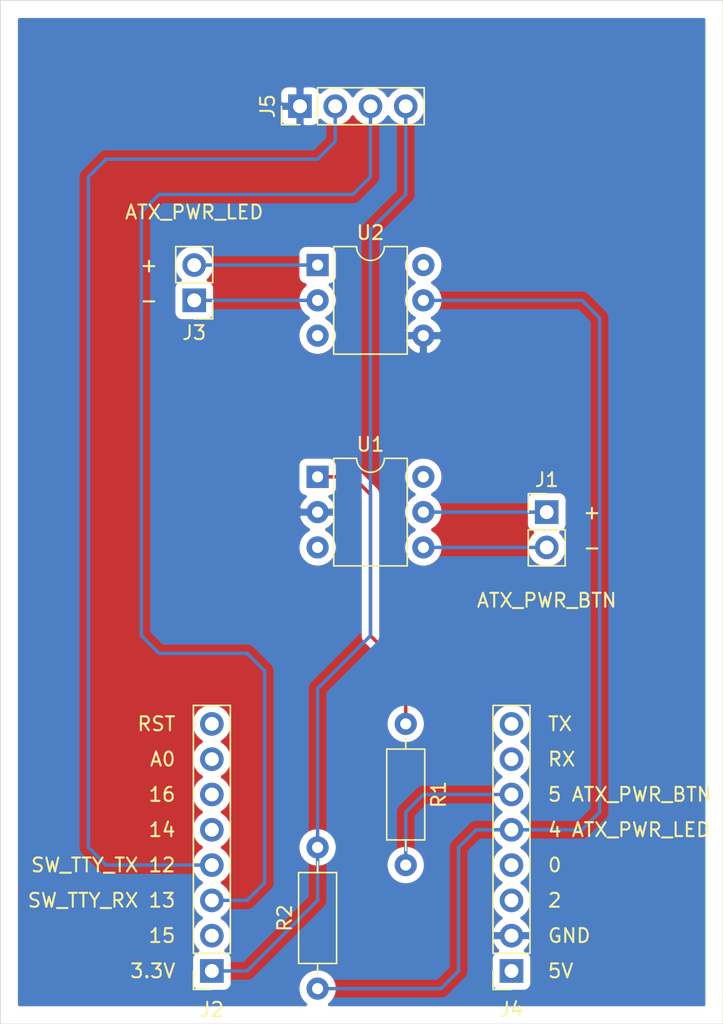
<source format=kicad_pcb>
(kicad_pcb (version 20171130) (host pcbnew 5.1.12-84ad8e8a86~92~ubuntu20.04.1)

  (general
    (thickness 1.6)
    (drawings 26)
    (tracks 48)
    (zones 0)
    (modules 9)
    (nets 26)
  )

  (page A4)
  (layers
    (0 F.Cu signal hide)
    (31 B.Cu signal)
    (32 B.Adhes user)
    (33 F.Adhes user)
    (34 B.Paste user)
    (35 F.Paste user)
    (36 B.SilkS user)
    (37 F.SilkS user)
    (38 B.Mask user)
    (39 F.Mask user)
    (40 Dwgs.User user)
    (41 Cmts.User user)
    (42 Eco1.User user)
    (43 Eco2.User user)
    (44 Edge.Cuts user)
    (45 Margin user)
    (46 B.CrtYd user)
    (47 F.CrtYd user)
    (48 B.Fab user)
    (49 F.Fab user)
  )

  (setup
    (last_trace_width 0.25)
    (user_trace_width 0.5)
    (trace_clearance 0.2)
    (zone_clearance 0.508)
    (zone_45_only no)
    (trace_min 0.2)
    (via_size 0.8)
    (via_drill 0.4)
    (via_min_size 0.4)
    (via_min_drill 0.3)
    (uvia_size 0.3)
    (uvia_drill 0.1)
    (uvias_allowed no)
    (uvia_min_size 0.2)
    (uvia_min_drill 0.1)
    (edge_width 0.05)
    (segment_width 0.2)
    (pcb_text_width 0.3)
    (pcb_text_size 1.5 1.5)
    (mod_edge_width 0.12)
    (mod_text_size 1 1)
    (mod_text_width 0.15)
    (pad_size 1.524 1.524)
    (pad_drill 0.762)
    (pad_to_mask_clearance 0)
    (aux_axis_origin 0 0)
    (visible_elements FFFFFF7F)
    (pcbplotparams
      (layerselection 0x010fc_ffffffff)
      (usegerberextensions true)
      (usegerberattributes true)
      (usegerberadvancedattributes true)
      (creategerberjobfile true)
      (excludeedgelayer true)
      (linewidth 0.100000)
      (plotframeref false)
      (viasonmask false)
      (mode 1)
      (useauxorigin false)
      (hpglpennumber 1)
      (hpglpenspeed 20)
      (hpglpendiameter 15.000000)
      (psnegative false)
      (psa4output false)
      (plotreference true)
      (plotvalue true)
      (plotinvisibletext false)
      (padsonsilk false)
      (subtractmaskfromsilk true)
      (outputformat 1)
      (mirror false)
      (drillshape 0)
      (scaleselection 1)
      (outputdirectory "/tmp/fence"))
  )

  (net 0 "")
  (net 1 "Net-(J1-Pad2)")
  (net 2 "Net-(J1-Pad1)")
  (net 3 "Net-(J2-Pad8)")
  (net 4 "Net-(J2-Pad7)")
  (net 5 "Net-(J2-Pad6)")
  (net 6 "Net-(J2-Pad5)")
  (net 7 "Net-(J2-Pad4)")
  (net 8 "Net-(J2-Pad3)")
  (net 9 "Net-(J2-Pad2)")
  (net 10 "Net-(J2-Pad1)")
  (net 11 "Net-(J3-Pad2)")
  (net 12 "Net-(J3-Pad1)")
  (net 13 "Net-(J4-Pad8)")
  (net 14 "Net-(J4-Pad7)")
  (net 15 "Net-(J4-Pad6)")
  (net 16 "Net-(J4-Pad5)")
  (net 17 "Net-(J4-Pad4)")
  (net 18 "Net-(J4-Pad3)")
  (net 19 "Net-(J4-Pad2)")
  (net 20 "Net-(J4-Pad1)")
  (net 21 "Net-(R1-Pad1)")
  (net 22 "Net-(U1-Pad6)")
  (net 23 "Net-(U1-Pad3)")
  (net 24 "Net-(U2-Pad6)")
  (net 25 "Net-(U2-Pad3)")

  (net_class Default "This is the default net class."
    (clearance 0.2)
    (trace_width 0.25)
    (via_dia 0.8)
    (via_drill 0.4)
    (uvia_dia 0.3)
    (uvia_drill 0.1)
    (add_net "Net-(J1-Pad1)")
    (add_net "Net-(J1-Pad2)")
    (add_net "Net-(J2-Pad1)")
    (add_net "Net-(J2-Pad2)")
    (add_net "Net-(J2-Pad3)")
    (add_net "Net-(J2-Pad4)")
    (add_net "Net-(J2-Pad5)")
    (add_net "Net-(J2-Pad6)")
    (add_net "Net-(J2-Pad7)")
    (add_net "Net-(J2-Pad8)")
    (add_net "Net-(J3-Pad1)")
    (add_net "Net-(J3-Pad2)")
    (add_net "Net-(J4-Pad1)")
    (add_net "Net-(J4-Pad2)")
    (add_net "Net-(J4-Pad3)")
    (add_net "Net-(J4-Pad4)")
    (add_net "Net-(J4-Pad5)")
    (add_net "Net-(J4-Pad6)")
    (add_net "Net-(J4-Pad7)")
    (add_net "Net-(J4-Pad8)")
    (add_net "Net-(R1-Pad1)")
    (add_net "Net-(U1-Pad3)")
    (add_net "Net-(U1-Pad6)")
    (add_net "Net-(U2-Pad3)")
    (add_net "Net-(U2-Pad6)")
  )

  (module Connector_PinSocket_2.54mm:PinSocket_1x08_P2.54mm_Vertical (layer F.Cu) (tedit 5A19A420) (tstamp 63B0A5EB)
    (at 62.23 110.49 180)
    (descr "Through hole straight socket strip, 1x08, 2.54mm pitch, single row (from Kicad 4.0.7), script generated")
    (tags "Through hole socket strip THT 1x08 2.54mm single row")
    (path /63AC3B9D)
    (fp_text reference J4 (at 0 -2.77) (layer F.SilkS)
      (effects (font (size 1 1) (thickness 0.15)))
    )
    (fp_text value Conn_01x08_Female (at 0 20.55) (layer F.Fab)
      (effects (font (size 1 1) (thickness 0.15)))
    )
    (fp_line (start -1.27 -1.27) (end 0.635 -1.27) (layer F.Fab) (width 0.1))
    (fp_line (start 0.635 -1.27) (end 1.27 -0.635) (layer F.Fab) (width 0.1))
    (fp_line (start 1.27 -0.635) (end 1.27 19.05) (layer F.Fab) (width 0.1))
    (fp_line (start 1.27 19.05) (end -1.27 19.05) (layer F.Fab) (width 0.1))
    (fp_line (start -1.27 19.05) (end -1.27 -1.27) (layer F.Fab) (width 0.1))
    (fp_line (start -1.33 1.27) (end 1.33 1.27) (layer F.SilkS) (width 0.12))
    (fp_line (start -1.33 1.27) (end -1.33 19.11) (layer F.SilkS) (width 0.12))
    (fp_line (start -1.33 19.11) (end 1.33 19.11) (layer F.SilkS) (width 0.12))
    (fp_line (start 1.33 1.27) (end 1.33 19.11) (layer F.SilkS) (width 0.12))
    (fp_line (start 1.33 -1.33) (end 1.33 0) (layer F.SilkS) (width 0.12))
    (fp_line (start 0 -1.33) (end 1.33 -1.33) (layer F.SilkS) (width 0.12))
    (fp_line (start -1.8 -1.8) (end 1.75 -1.8) (layer F.CrtYd) (width 0.05))
    (fp_line (start 1.75 -1.8) (end 1.75 19.55) (layer F.CrtYd) (width 0.05))
    (fp_line (start 1.75 19.55) (end -1.8 19.55) (layer F.CrtYd) (width 0.05))
    (fp_line (start -1.8 19.55) (end -1.8 -1.8) (layer F.CrtYd) (width 0.05))
    (fp_text user %R (at 0 8.89 90) (layer F.Fab)
      (effects (font (size 1 1) (thickness 0.15)))
    )
    (pad 8 thru_hole oval (at 0 17.78 180) (size 1.7 1.7) (drill 1) (layers *.Cu *.Mask)
      (net 13 "Net-(J4-Pad8)"))
    (pad 7 thru_hole oval (at 0 15.24 180) (size 1.7 1.7) (drill 1) (layers *.Cu *.Mask)
      (net 14 "Net-(J4-Pad7)"))
    (pad 6 thru_hole oval (at 0 12.7 180) (size 1.7 1.7) (drill 1) (layers *.Cu *.Mask)
      (net 15 "Net-(J4-Pad6)"))
    (pad 5 thru_hole oval (at 0 10.16 180) (size 1.7 1.7) (drill 1) (layers *.Cu *.Mask)
      (net 16 "Net-(J4-Pad5)"))
    (pad 4 thru_hole oval (at 0 7.62 180) (size 1.7 1.7) (drill 1) (layers *.Cu *.Mask)
      (net 17 "Net-(J4-Pad4)"))
    (pad 3 thru_hole oval (at 0 5.08 180) (size 1.7 1.7) (drill 1) (layers *.Cu *.Mask)
      (net 18 "Net-(J4-Pad3)"))
    (pad 2 thru_hole oval (at 0 2.54 180) (size 1.7 1.7) (drill 1) (layers *.Cu *.Mask)
      (net 19 "Net-(J4-Pad2)"))
    (pad 1 thru_hole rect (at 0 0 180) (size 1.7 1.7) (drill 1) (layers *.Cu *.Mask)
      (net 20 "Net-(J4-Pad1)"))
    (model ${KISYS3DMOD}/Connector_PinSocket_2.54mm.3dshapes/PinSocket_1x08_P2.54mm_Vertical.wrl
      (at (xyz 0 0 0))
      (scale (xyz 1 1 1))
      (rotate (xyz 0 0 0))
    )
  )

  (module Connector_PinHeader_2.54mm:PinHeader_1x02_P2.54mm_Vertical (layer F.Cu) (tedit 59FED5CC) (tstamp 63B837A8)
    (at 64.77 77.47)
    (descr "Through hole straight pin header, 1x02, 2.54mm pitch, single row")
    (tags "Through hole pin header THT 1x02 2.54mm single row")
    (path /63ACAA2A)
    (fp_text reference J1 (at 0 -2.33) (layer F.SilkS)
      (effects (font (size 1 1) (thickness 0.15)))
    )
    (fp_text value Conn_01x02_Male (at 0 4.87) (layer F.Fab)
      (effects (font (size 1 1) (thickness 0.15)))
    )
    (fp_line (start 1.8 -1.8) (end -1.8 -1.8) (layer F.CrtYd) (width 0.05))
    (fp_line (start 1.8 4.35) (end 1.8 -1.8) (layer F.CrtYd) (width 0.05))
    (fp_line (start -1.8 4.35) (end 1.8 4.35) (layer F.CrtYd) (width 0.05))
    (fp_line (start -1.8 -1.8) (end -1.8 4.35) (layer F.CrtYd) (width 0.05))
    (fp_line (start -1.33 -1.33) (end 0 -1.33) (layer F.SilkS) (width 0.12))
    (fp_line (start -1.33 0) (end -1.33 -1.33) (layer F.SilkS) (width 0.12))
    (fp_line (start -1.33 1.27) (end 1.33 1.27) (layer F.SilkS) (width 0.12))
    (fp_line (start 1.33 1.27) (end 1.33 3.87) (layer F.SilkS) (width 0.12))
    (fp_line (start -1.33 1.27) (end -1.33 3.87) (layer F.SilkS) (width 0.12))
    (fp_line (start -1.33 3.87) (end 1.33 3.87) (layer F.SilkS) (width 0.12))
    (fp_line (start -1.27 -0.635) (end -0.635 -1.27) (layer F.Fab) (width 0.1))
    (fp_line (start -1.27 3.81) (end -1.27 -0.635) (layer F.Fab) (width 0.1))
    (fp_line (start 1.27 3.81) (end -1.27 3.81) (layer F.Fab) (width 0.1))
    (fp_line (start 1.27 -1.27) (end 1.27 3.81) (layer F.Fab) (width 0.1))
    (fp_line (start -0.635 -1.27) (end 1.27 -1.27) (layer F.Fab) (width 0.1))
    (fp_text user %R (at 0 1.27 90) (layer F.Fab)
      (effects (font (size 1 1) (thickness 0.15)))
    )
    (pad 2 thru_hole oval (at 0 2.54) (size 1.7 1.7) (drill 1) (layers *.Cu *.Mask)
      (net 1 "Net-(J1-Pad2)"))
    (pad 1 thru_hole rect (at 0 0) (size 1.7 1.7) (drill 1) (layers *.Cu *.Mask)
      (net 2 "Net-(J1-Pad1)"))
    (model ${KISYS3DMOD}/Connector_PinHeader_2.54mm.3dshapes/PinHeader_1x02_P2.54mm_Vertical.wrl
      (at (xyz 0 0 0))
      (scale (xyz 1 1 1))
      (rotate (xyz 0 0 0))
    )
  )

  (module Connector_PinHeader_2.54mm:PinHeader_1x02_P2.54mm_Vertical (layer F.Cu) (tedit 59FED5CC) (tstamp 63B808A1)
    (at 39.37 62.23 180)
    (descr "Through hole straight pin header, 1x02, 2.54mm pitch, single row")
    (tags "Through hole pin header THT 1x02 2.54mm single row")
    (path /63ACB64E)
    (fp_text reference J3 (at 0 -2.33) (layer F.SilkS)
      (effects (font (size 1 1) (thickness 0.15)))
    )
    (fp_text value Conn_01x02_Male (at 0 4.87) (layer F.Fab)
      (effects (font (size 1 1) (thickness 0.15)))
    )
    (fp_line (start 1.8 -1.8) (end -1.8 -1.8) (layer F.CrtYd) (width 0.05))
    (fp_line (start 1.8 4.35) (end 1.8 -1.8) (layer F.CrtYd) (width 0.05))
    (fp_line (start -1.8 4.35) (end 1.8 4.35) (layer F.CrtYd) (width 0.05))
    (fp_line (start -1.8 -1.8) (end -1.8 4.35) (layer F.CrtYd) (width 0.05))
    (fp_line (start -1.33 -1.33) (end 0 -1.33) (layer F.SilkS) (width 0.12))
    (fp_line (start -1.33 0) (end -1.33 -1.33) (layer F.SilkS) (width 0.12))
    (fp_line (start -1.33 1.27) (end 1.33 1.27) (layer F.SilkS) (width 0.12))
    (fp_line (start 1.33 1.27) (end 1.33 3.87) (layer F.SilkS) (width 0.12))
    (fp_line (start -1.33 1.27) (end -1.33 3.87) (layer F.SilkS) (width 0.12))
    (fp_line (start -1.33 3.87) (end 1.33 3.87) (layer F.SilkS) (width 0.12))
    (fp_line (start -1.27 -0.635) (end -0.635 -1.27) (layer F.Fab) (width 0.1))
    (fp_line (start -1.27 3.81) (end -1.27 -0.635) (layer F.Fab) (width 0.1))
    (fp_line (start 1.27 3.81) (end -1.27 3.81) (layer F.Fab) (width 0.1))
    (fp_line (start 1.27 -1.27) (end 1.27 3.81) (layer F.Fab) (width 0.1))
    (fp_line (start -0.635 -1.27) (end 1.27 -1.27) (layer F.Fab) (width 0.1))
    (fp_text user %R (at 0 1.27 90) (layer F.Fab)
      (effects (font (size 1 1) (thickness 0.15)))
    )
    (pad 2 thru_hole oval (at 0 2.54 180) (size 1.7 1.7) (drill 1) (layers *.Cu *.Mask)
      (net 11 "Net-(J3-Pad2)"))
    (pad 1 thru_hole rect (at 0 0 180) (size 1.7 1.7) (drill 1) (layers *.Cu *.Mask)
      (net 12 "Net-(J3-Pad1)"))
    (model ${KISYS3DMOD}/Connector_PinHeader_2.54mm.3dshapes/PinHeader_1x02_P2.54mm_Vertical.wrl
      (at (xyz 0 0 0))
      (scale (xyz 1 1 1))
      (rotate (xyz 0 0 0))
    )
  )

  (module Connector_PinHeader_2.54mm:PinHeader_1x04_P2.54mm_Vertical (layer F.Cu) (tedit 59FED5CC) (tstamp 63B8050D)
    (at 46.99 48.26 90)
    (descr "Through hole straight pin header, 1x04, 2.54mm pitch, single row")
    (tags "Through hole pin header THT 1x04 2.54mm single row")
    (path /63ACC465)
    (fp_text reference J5 (at 0 -2.33 90) (layer F.SilkS)
      (effects (font (size 1 1) (thickness 0.15)))
    )
    (fp_text value Conn_01x04_Male (at 0 9.95 90) (layer F.Fab)
      (effects (font (size 1 1) (thickness 0.15)))
    )
    (fp_line (start 1.8 -1.8) (end -1.8 -1.8) (layer F.CrtYd) (width 0.05))
    (fp_line (start 1.8 9.4) (end 1.8 -1.8) (layer F.CrtYd) (width 0.05))
    (fp_line (start -1.8 9.4) (end 1.8 9.4) (layer F.CrtYd) (width 0.05))
    (fp_line (start -1.8 -1.8) (end -1.8 9.4) (layer F.CrtYd) (width 0.05))
    (fp_line (start -1.33 -1.33) (end 0 -1.33) (layer F.SilkS) (width 0.12))
    (fp_line (start -1.33 0) (end -1.33 -1.33) (layer F.SilkS) (width 0.12))
    (fp_line (start -1.33 1.27) (end 1.33 1.27) (layer F.SilkS) (width 0.12))
    (fp_line (start 1.33 1.27) (end 1.33 8.95) (layer F.SilkS) (width 0.12))
    (fp_line (start -1.33 1.27) (end -1.33 8.95) (layer F.SilkS) (width 0.12))
    (fp_line (start -1.33 8.95) (end 1.33 8.95) (layer F.SilkS) (width 0.12))
    (fp_line (start -1.27 -0.635) (end -0.635 -1.27) (layer F.Fab) (width 0.1))
    (fp_line (start -1.27 8.89) (end -1.27 -0.635) (layer F.Fab) (width 0.1))
    (fp_line (start 1.27 8.89) (end -1.27 8.89) (layer F.Fab) (width 0.1))
    (fp_line (start 1.27 -1.27) (end 1.27 8.89) (layer F.Fab) (width 0.1))
    (fp_line (start -0.635 -1.27) (end 1.27 -1.27) (layer F.Fab) (width 0.1))
    (fp_text user %R (at 0 3.81) (layer F.Fab)
      (effects (font (size 1 1) (thickness 0.15)))
    )
    (pad 4 thru_hole oval (at 0 7.62 90) (size 1.7 1.7) (drill 1) (layers *.Cu *.Mask)
      (net 10 "Net-(J2-Pad1)"))
    (pad 3 thru_hole oval (at 0 5.08 90) (size 1.7 1.7) (drill 1) (layers *.Cu *.Mask)
      (net 8 "Net-(J2-Pad3)"))
    (pad 2 thru_hole oval (at 0 2.54 90) (size 1.7 1.7) (drill 1) (layers *.Cu *.Mask)
      (net 7 "Net-(J2-Pad4)"))
    (pad 1 thru_hole rect (at 0 0 90) (size 1.7 1.7) (drill 1) (layers *.Cu *.Mask)
      (net 19 "Net-(J4-Pad2)"))
    (model ${KISYS3DMOD}/Connector_PinHeader_2.54mm.3dshapes/PinHeader_1x04_P2.54mm_Vertical.wrl
      (at (xyz 0 0 0))
      (scale (xyz 1 1 1))
      (rotate (xyz 0 0 0))
    )
  )

  (module Resistor_THT:R_Axial_DIN0207_L6.3mm_D2.5mm_P10.16mm_Horizontal (layer F.Cu) (tedit 5AE5139B) (tstamp 63B7D59B)
    (at 48.26 111.76 90)
    (descr "Resistor, Axial_DIN0207 series, Axial, Horizontal, pin pitch=10.16mm, 0.25W = 1/4W, length*diameter=6.3*2.5mm^2, http://cdn-reichelt.de/documents/datenblatt/B400/1_4W%23YAG.pdf")
    (tags "Resistor Axial_DIN0207 series Axial Horizontal pin pitch 10.16mm 0.25W = 1/4W length 6.3mm diameter 2.5mm")
    (path /63B8378D)
    (fp_text reference R2 (at 5.08 -2.37 90) (layer F.SilkS)
      (effects (font (size 1 1) (thickness 0.15)))
    )
    (fp_text value 10k (at 5.08 2.37 90) (layer F.Fab)
      (effects (font (size 1 1) (thickness 0.15)))
    )
    (fp_line (start 1.93 -1.25) (end 1.93 1.25) (layer F.Fab) (width 0.1))
    (fp_line (start 1.93 1.25) (end 8.23 1.25) (layer F.Fab) (width 0.1))
    (fp_line (start 8.23 1.25) (end 8.23 -1.25) (layer F.Fab) (width 0.1))
    (fp_line (start 8.23 -1.25) (end 1.93 -1.25) (layer F.Fab) (width 0.1))
    (fp_line (start 0 0) (end 1.93 0) (layer F.Fab) (width 0.1))
    (fp_line (start 10.16 0) (end 8.23 0) (layer F.Fab) (width 0.1))
    (fp_line (start 1.81 -1.37) (end 1.81 1.37) (layer F.SilkS) (width 0.12))
    (fp_line (start 1.81 1.37) (end 8.35 1.37) (layer F.SilkS) (width 0.12))
    (fp_line (start 8.35 1.37) (end 8.35 -1.37) (layer F.SilkS) (width 0.12))
    (fp_line (start 8.35 -1.37) (end 1.81 -1.37) (layer F.SilkS) (width 0.12))
    (fp_line (start 1.04 0) (end 1.81 0) (layer F.SilkS) (width 0.12))
    (fp_line (start 9.12 0) (end 8.35 0) (layer F.SilkS) (width 0.12))
    (fp_line (start -1.05 -1.5) (end -1.05 1.5) (layer F.CrtYd) (width 0.05))
    (fp_line (start -1.05 1.5) (end 11.21 1.5) (layer F.CrtYd) (width 0.05))
    (fp_line (start 11.21 1.5) (end 11.21 -1.5) (layer F.CrtYd) (width 0.05))
    (fp_line (start 11.21 -1.5) (end -1.05 -1.5) (layer F.CrtYd) (width 0.05))
    (fp_text user %R (at 5.08 0 90) (layer F.Fab)
      (effects (font (size 1 1) (thickness 0.15)))
    )
    (pad 2 thru_hole oval (at 10.16 0 90) (size 1.6 1.6) (drill 0.8) (layers *.Cu *.Mask)
      (net 10 "Net-(J2-Pad1)"))
    (pad 1 thru_hole circle (at 0 0 90) (size 1.6 1.6) (drill 0.8) (layers *.Cu *.Mask)
      (net 16 "Net-(J4-Pad5)"))
    (model ${KISYS3DMOD}/Resistor_THT.3dshapes/R_Axial_DIN0207_L6.3mm_D2.5mm_P10.16mm_Horizontal.wrl
      (at (xyz 0 0 0))
      (scale (xyz 1 1 1))
      (rotate (xyz 0 0 0))
    )
  )

  (module Resistor_THT:R_Axial_DIN0207_L6.3mm_D2.5mm_P10.16mm_Horizontal (layer F.Cu) (tedit 5AE5139B) (tstamp 63B7D0A3)
    (at 54.61 92.71 270)
    (descr "Resistor, Axial_DIN0207 series, Axial, Horizontal, pin pitch=10.16mm, 0.25W = 1/4W, length*diameter=6.3*2.5mm^2, http://cdn-reichelt.de/documents/datenblatt/B400/1_4W%23YAG.pdf")
    (tags "Resistor Axial_DIN0207 series Axial Horizontal pin pitch 10.16mm 0.25W = 1/4W length 6.3mm diameter 2.5mm")
    (path /63B82D6D)
    (fp_text reference R1 (at 5.08 -2.37 90) (layer F.SilkS)
      (effects (font (size 1 1) (thickness 0.15)))
    )
    (fp_text value 220 (at 5.08 2.37 90) (layer F.Fab)
      (effects (font (size 1 1) (thickness 0.15)))
    )
    (fp_line (start 1.93 -1.25) (end 1.93 1.25) (layer F.Fab) (width 0.1))
    (fp_line (start 1.93 1.25) (end 8.23 1.25) (layer F.Fab) (width 0.1))
    (fp_line (start 8.23 1.25) (end 8.23 -1.25) (layer F.Fab) (width 0.1))
    (fp_line (start 8.23 -1.25) (end 1.93 -1.25) (layer F.Fab) (width 0.1))
    (fp_line (start 0 0) (end 1.93 0) (layer F.Fab) (width 0.1))
    (fp_line (start 10.16 0) (end 8.23 0) (layer F.Fab) (width 0.1))
    (fp_line (start 1.81 -1.37) (end 1.81 1.37) (layer F.SilkS) (width 0.12))
    (fp_line (start 1.81 1.37) (end 8.35 1.37) (layer F.SilkS) (width 0.12))
    (fp_line (start 8.35 1.37) (end 8.35 -1.37) (layer F.SilkS) (width 0.12))
    (fp_line (start 8.35 -1.37) (end 1.81 -1.37) (layer F.SilkS) (width 0.12))
    (fp_line (start 1.04 0) (end 1.81 0) (layer F.SilkS) (width 0.12))
    (fp_line (start 9.12 0) (end 8.35 0) (layer F.SilkS) (width 0.12))
    (fp_line (start -1.05 -1.5) (end -1.05 1.5) (layer F.CrtYd) (width 0.05))
    (fp_line (start -1.05 1.5) (end 11.21 1.5) (layer F.CrtYd) (width 0.05))
    (fp_line (start 11.21 1.5) (end 11.21 -1.5) (layer F.CrtYd) (width 0.05))
    (fp_line (start 11.21 -1.5) (end -1.05 -1.5) (layer F.CrtYd) (width 0.05))
    (fp_text user %R (at 5.08 0 90) (layer F.Fab)
      (effects (font (size 1 1) (thickness 0.15)))
    )
    (pad 2 thru_hole oval (at 10.16 0 270) (size 1.6 1.6) (drill 0.8) (layers *.Cu *.Mask)
      (net 15 "Net-(J4-Pad6)"))
    (pad 1 thru_hole circle (at 0 0 270) (size 1.6 1.6) (drill 0.8) (layers *.Cu *.Mask)
      (net 21 "Net-(R1-Pad1)"))
    (model ${KISYS3DMOD}/Resistor_THT.3dshapes/R_Axial_DIN0207_L6.3mm_D2.5mm_P10.16mm_Horizontal.wrl
      (at (xyz 0 0 0))
      (scale (xyz 1 1 1))
      (rotate (xyz 0 0 0))
    )
  )

  (module Package_DIP:DIP-6_W7.62mm (layer F.Cu) (tedit 5A02E8C5) (tstamp 63AC89E3)
    (at 48.26 59.69)
    (descr "6-lead though-hole mounted DIP package, row spacing 7.62 mm (300 mils)")
    (tags "THT DIP DIL PDIP 2.54mm 7.62mm 300mil")
    (path /63AC989B)
    (fp_text reference U2 (at 3.81 -2.33) (layer F.SilkS)
      (effects (font (size 1 1) (thickness 0.15)))
    )
    (fp_text value 4N25 (at 3.81 7.41) (layer F.Fab)
      (effects (font (size 1 1) (thickness 0.15)))
    )
    (fp_line (start 1.635 -1.27) (end 6.985 -1.27) (layer F.Fab) (width 0.1))
    (fp_line (start 6.985 -1.27) (end 6.985 6.35) (layer F.Fab) (width 0.1))
    (fp_line (start 6.985 6.35) (end 0.635 6.35) (layer F.Fab) (width 0.1))
    (fp_line (start 0.635 6.35) (end 0.635 -0.27) (layer F.Fab) (width 0.1))
    (fp_line (start 0.635 -0.27) (end 1.635 -1.27) (layer F.Fab) (width 0.1))
    (fp_line (start 2.81 -1.33) (end 1.16 -1.33) (layer F.SilkS) (width 0.12))
    (fp_line (start 1.16 -1.33) (end 1.16 6.41) (layer F.SilkS) (width 0.12))
    (fp_line (start 1.16 6.41) (end 6.46 6.41) (layer F.SilkS) (width 0.12))
    (fp_line (start 6.46 6.41) (end 6.46 -1.33) (layer F.SilkS) (width 0.12))
    (fp_line (start 6.46 -1.33) (end 4.81 -1.33) (layer F.SilkS) (width 0.12))
    (fp_line (start -1.1 -1.55) (end -1.1 6.6) (layer F.CrtYd) (width 0.05))
    (fp_line (start -1.1 6.6) (end 8.7 6.6) (layer F.CrtYd) (width 0.05))
    (fp_line (start 8.7 6.6) (end 8.7 -1.55) (layer F.CrtYd) (width 0.05))
    (fp_line (start 8.7 -1.55) (end -1.1 -1.55) (layer F.CrtYd) (width 0.05))
    (fp_text user %R (at 3.81 2.54) (layer F.Fab)
      (effects (font (size 1 1) (thickness 0.15)))
    )
    (fp_arc (start 3.81 -1.33) (end 2.81 -1.33) (angle -180) (layer F.SilkS) (width 0.12))
    (pad 6 thru_hole oval (at 7.62 0) (size 1.6 1.6) (drill 0.8) (layers *.Cu *.Mask)
      (net 24 "Net-(U2-Pad6)"))
    (pad 3 thru_hole oval (at 0 5.08) (size 1.6 1.6) (drill 0.8) (layers *.Cu *.Mask)
      (net 25 "Net-(U2-Pad3)"))
    (pad 5 thru_hole oval (at 7.62 2.54) (size 1.6 1.6) (drill 0.8) (layers *.Cu *.Mask)
      (net 16 "Net-(J4-Pad5)"))
    (pad 2 thru_hole oval (at 0 2.54) (size 1.6 1.6) (drill 0.8) (layers *.Cu *.Mask)
      (net 12 "Net-(J3-Pad1)"))
    (pad 4 thru_hole oval (at 7.62 5.08) (size 1.6 1.6) (drill 0.8) (layers *.Cu *.Mask)
      (net 19 "Net-(J4-Pad2)"))
    (pad 1 thru_hole rect (at 0 0) (size 1.6 1.6) (drill 0.8) (layers *.Cu *.Mask)
      (net 11 "Net-(J3-Pad2)"))
    (model ${KISYS3DMOD}/Package_DIP.3dshapes/DIP-6_W7.62mm.wrl
      (at (xyz 0 0 0))
      (scale (xyz 1 1 1))
      (rotate (xyz 0 0 0))
    )
  )

  (module Package_DIP:DIP-6_W7.62mm (layer F.Cu) (tedit 5A02E8C5) (tstamp 63AC89C9)
    (at 48.26 74.93)
    (descr "6-lead though-hole mounted DIP package, row spacing 7.62 mm (300 mils)")
    (tags "THT DIP DIL PDIP 2.54mm 7.62mm 300mil")
    (path /63AC934A)
    (fp_text reference U1 (at 3.81 -2.33) (layer F.SilkS)
      (effects (font (size 1 1) (thickness 0.15)))
    )
    (fp_text value 4N25 (at 3.81 7.41) (layer F.Fab)
      (effects (font (size 1 1) (thickness 0.15)))
    )
    (fp_line (start 1.635 -1.27) (end 6.985 -1.27) (layer F.Fab) (width 0.1))
    (fp_line (start 6.985 -1.27) (end 6.985 6.35) (layer F.Fab) (width 0.1))
    (fp_line (start 6.985 6.35) (end 0.635 6.35) (layer F.Fab) (width 0.1))
    (fp_line (start 0.635 6.35) (end 0.635 -0.27) (layer F.Fab) (width 0.1))
    (fp_line (start 0.635 -0.27) (end 1.635 -1.27) (layer F.Fab) (width 0.1))
    (fp_line (start 2.81 -1.33) (end 1.16 -1.33) (layer F.SilkS) (width 0.12))
    (fp_line (start 1.16 -1.33) (end 1.16 6.41) (layer F.SilkS) (width 0.12))
    (fp_line (start 1.16 6.41) (end 6.46 6.41) (layer F.SilkS) (width 0.12))
    (fp_line (start 6.46 6.41) (end 6.46 -1.33) (layer F.SilkS) (width 0.12))
    (fp_line (start 6.46 -1.33) (end 4.81 -1.33) (layer F.SilkS) (width 0.12))
    (fp_line (start -1.1 -1.55) (end -1.1 6.6) (layer F.CrtYd) (width 0.05))
    (fp_line (start -1.1 6.6) (end 8.7 6.6) (layer F.CrtYd) (width 0.05))
    (fp_line (start 8.7 6.6) (end 8.7 -1.55) (layer F.CrtYd) (width 0.05))
    (fp_line (start 8.7 -1.55) (end -1.1 -1.55) (layer F.CrtYd) (width 0.05))
    (fp_text user %R (at 3.81 2.54) (layer F.Fab)
      (effects (font (size 1 1) (thickness 0.15)))
    )
    (fp_arc (start 3.81 -1.33) (end 2.81 -1.33) (angle -180) (layer F.SilkS) (width 0.12))
    (pad 6 thru_hole oval (at 7.62 0) (size 1.6 1.6) (drill 0.8) (layers *.Cu *.Mask)
      (net 22 "Net-(U1-Pad6)"))
    (pad 3 thru_hole oval (at 0 5.08) (size 1.6 1.6) (drill 0.8) (layers *.Cu *.Mask)
      (net 23 "Net-(U1-Pad3)"))
    (pad 5 thru_hole oval (at 7.62 2.54) (size 1.6 1.6) (drill 0.8) (layers *.Cu *.Mask)
      (net 2 "Net-(J1-Pad1)"))
    (pad 2 thru_hole oval (at 0 2.54) (size 1.6 1.6) (drill 0.8) (layers *.Cu *.Mask)
      (net 19 "Net-(J4-Pad2)"))
    (pad 4 thru_hole oval (at 7.62 5.08) (size 1.6 1.6) (drill 0.8) (layers *.Cu *.Mask)
      (net 1 "Net-(J1-Pad2)"))
    (pad 1 thru_hole rect (at 0 0) (size 1.6 1.6) (drill 0.8) (layers *.Cu *.Mask)
      (net 21 "Net-(R1-Pad1)"))
    (model ${KISYS3DMOD}/Package_DIP.3dshapes/DIP-6_W7.62mm.wrl
      (at (xyz 0 0 0))
      (scale (xyz 1 1 1))
      (rotate (xyz 0 0 0))
    )
  )

  (module Connector_PinSocket_2.54mm:PinSocket_1x08_P2.54mm_Vertical (layer F.Cu) (tedit 5A19A420) (tstamp 63B0A57F)
    (at 40.64 110.49 180)
    (descr "Through hole straight socket strip, 1x08, 2.54mm pitch, single row (from Kicad 4.0.7), script generated")
    (tags "Through hole socket strip THT 1x08 2.54mm single row")
    (path /63AC2CCE)
    (fp_text reference J2 (at 0 -2.77) (layer F.SilkS)
      (effects (font (size 1 1) (thickness 0.15)))
    )
    (fp_text value Conn_01x08_Female (at 0 20.55) (layer F.Fab)
      (effects (font (size 1 1) (thickness 0.15)))
    )
    (fp_line (start -1.27 -1.27) (end 0.635 -1.27) (layer F.Fab) (width 0.1))
    (fp_line (start 0.635 -1.27) (end 1.27 -0.635) (layer F.Fab) (width 0.1))
    (fp_line (start 1.27 -0.635) (end 1.27 19.05) (layer F.Fab) (width 0.1))
    (fp_line (start 1.27 19.05) (end -1.27 19.05) (layer F.Fab) (width 0.1))
    (fp_line (start -1.27 19.05) (end -1.27 -1.27) (layer F.Fab) (width 0.1))
    (fp_line (start -1.33 1.27) (end 1.33 1.27) (layer F.SilkS) (width 0.12))
    (fp_line (start -1.33 1.27) (end -1.33 19.11) (layer F.SilkS) (width 0.12))
    (fp_line (start -1.33 19.11) (end 1.33 19.11) (layer F.SilkS) (width 0.12))
    (fp_line (start 1.33 1.27) (end 1.33 19.11) (layer F.SilkS) (width 0.12))
    (fp_line (start 1.33 -1.33) (end 1.33 0) (layer F.SilkS) (width 0.12))
    (fp_line (start 0 -1.33) (end 1.33 -1.33) (layer F.SilkS) (width 0.12))
    (fp_line (start -1.8 -1.8) (end 1.75 -1.8) (layer F.CrtYd) (width 0.05))
    (fp_line (start 1.75 -1.8) (end 1.75 19.55) (layer F.CrtYd) (width 0.05))
    (fp_line (start 1.75 19.55) (end -1.8 19.55) (layer F.CrtYd) (width 0.05))
    (fp_line (start -1.8 19.55) (end -1.8 -1.8) (layer F.CrtYd) (width 0.05))
    (fp_text user %R (at 0 8.89 90) (layer F.Fab)
      (effects (font (size 1 1) (thickness 0.15)))
    )
    (pad 8 thru_hole oval (at 0 17.78 180) (size 1.7 1.7) (drill 1) (layers *.Cu *.Mask)
      (net 3 "Net-(J2-Pad8)"))
    (pad 7 thru_hole oval (at 0 15.24 180) (size 1.7 1.7) (drill 1) (layers *.Cu *.Mask)
      (net 4 "Net-(J2-Pad7)"))
    (pad 6 thru_hole oval (at 0 12.7 180) (size 1.7 1.7) (drill 1) (layers *.Cu *.Mask)
      (net 5 "Net-(J2-Pad6)"))
    (pad 5 thru_hole oval (at 0 10.16 180) (size 1.7 1.7) (drill 1) (layers *.Cu *.Mask)
      (net 6 "Net-(J2-Pad5)"))
    (pad 4 thru_hole oval (at 0 7.62 180) (size 1.7 1.7) (drill 1) (layers *.Cu *.Mask)
      (net 7 "Net-(J2-Pad4)"))
    (pad 3 thru_hole oval (at 0 5.08 180) (size 1.7 1.7) (drill 1) (layers *.Cu *.Mask)
      (net 8 "Net-(J2-Pad3)"))
    (pad 2 thru_hole oval (at 0 2.54 180) (size 1.7 1.7) (drill 1) (layers *.Cu *.Mask)
      (net 9 "Net-(J2-Pad2)"))
    (pad 1 thru_hole rect (at 0 0 180) (size 1.7 1.7) (drill 1) (layers *.Cu *.Mask)
      (net 10 "Net-(J2-Pad1)"))
    (model ${KISYS3DMOD}/Connector_PinSocket_2.54mm.3dshapes/PinSocket_1x08_P2.54mm_Vertical.wrl
      (at (xyz 0 0 0))
      (scale (xyz 1 1 1))
      (rotate (xyz 0 0 0))
    )
  )

  (gr_text 5V (at 64.77 110.49) (layer F.SilkS)
    (effects (font (size 1 1) (thickness 0.15)) (justify left))
  )
  (gr_text - (at 67.31 80.01) (layer F.SilkS)
    (effects (font (size 1 1) (thickness 0.15)) (justify left))
  )
  (gr_text + (at 67.31 77.47) (layer F.SilkS)
    (effects (font (size 1 1) (thickness 0.15)) (justify left))
  )
  (gr_text - (at 36.83 62.23) (layer F.SilkS)
    (effects (font (size 1 1) (thickness 0.15)) (justify right))
  )
  (gr_text + (at 36.83 59.69) (layer F.SilkS)
    (effects (font (size 1 1) (thickness 0.15)) (justify right))
  )
  (gr_text ATX_PWR_LED (at 39.37 55.88) (layer F.SilkS)
    (effects (font (size 1 1) (thickness 0.15)))
  )
  (gr_text ATX_PWR_BTN (at 64.77 83.82) (layer F.SilkS)
    (effects (font (size 1 1) (thickness 0.15)))
  )
  (gr_text GND (at 64.77 107.95) (layer F.SilkS)
    (effects (font (size 1 1) (thickness 0.15)) (justify left))
  )
  (gr_text 2 (at 64.77 105.41) (layer F.SilkS)
    (effects (font (size 1 1) (thickness 0.15)) (justify left))
  )
  (gr_text 0 (at 64.77 102.87) (layer F.SilkS)
    (effects (font (size 1 1) (thickness 0.15)) (justify left))
  )
  (gr_text "4 ATX_PWR_LED" (at 64.77 100.33) (layer F.SilkS)
    (effects (font (size 1 1) (thickness 0.15)) (justify left))
  )
  (gr_text "5 ATX_PWR_BTN" (at 64.77 97.79) (layer F.SilkS)
    (effects (font (size 1 1) (thickness 0.15)) (justify left))
  )
  (gr_text RX (at 64.77 95.25) (layer F.SilkS)
    (effects (font (size 1 1) (thickness 0.15)) (justify left))
  )
  (gr_text TX (at 64.77 92.71) (layer F.SilkS)
    (effects (font (size 1 1) (thickness 0.15)) (justify left))
  )
  (gr_text 3.3V (at 38.1 110.49) (layer F.SilkS)
    (effects (font (size 1 1) (thickness 0.15)) (justify right))
  )
  (gr_text 15 (at 38.1 107.95) (layer F.SilkS)
    (effects (font (size 1 1) (thickness 0.15)) (justify right))
  )
  (gr_text "SW_TTY_RX 13" (at 38.1 105.41) (layer F.SilkS)
    (effects (font (size 1 1) (thickness 0.15)) (justify right))
  )
  (gr_text "SW_TTY_TX 12" (at 38.1 102.87) (layer F.SilkS)
    (effects (font (size 1 1) (thickness 0.15)) (justify right))
  )
  (gr_text 14 (at 38.1 100.33) (layer F.SilkS)
    (effects (font (size 1 1) (thickness 0.15)) (justify right))
  )
  (gr_text 16 (at 38.1 97.79) (layer F.SilkS)
    (effects (font (size 1 1) (thickness 0.15)) (justify right))
  )
  (gr_text A0 (at 38.1 95.25) (layer F.SilkS)
    (effects (font (size 1 1) (thickness 0.15)) (justify right))
  )
  (gr_text RST (at 38.1 92.71) (layer F.SilkS)
    (effects (font (size 1 1) (thickness 0.15)) (justify right))
  )
  (gr_line (start 25.4 40.64) (end 77.47 40.64) (layer Edge.Cuts) (width 0.05))
  (gr_line (start 25.4 114.3) (end 25.4 40.64) (layer Edge.Cuts) (width 0.05) (tstamp 63AC357B))
  (gr_line (start 77.47 114.3) (end 25.4 114.3) (layer Edge.Cuts) (width 0.05))
  (gr_line (start 77.47 40.64) (end 77.47 114.3) (layer Edge.Cuts) (width 0.05))

  (segment (start 55.88 80.01) (end 64.77 80.01) (width 0.25) (layer B.Cu) (net 1))
  (segment (start 55.88 77.47) (end 64.77 77.47) (width 0.25) (layer B.Cu) (net 2))
  (segment (start 49.53 50.8) (end 49.53 48.26) (width 0.25) (layer B.Cu) (net 7))
  (segment (start 49.53 50.8) (end 48.26 52.07) (width 0.25) (layer B.Cu) (net 7))
  (segment (start 48.26 52.07) (end 33.02 52.07) (width 0.25) (layer B.Cu) (net 7))
  (segment (start 33.02 52.07) (end 31.75 53.34) (width 0.25) (layer B.Cu) (net 7))
  (segment (start 31.75 53.34) (end 31.75 101.6) (width 0.25) (layer B.Cu) (net 7))
  (segment (start 31.75 101.6) (end 33.02 102.87) (width 0.25) (layer B.Cu) (net 7))
  (segment (start 33.02 102.87) (end 40.64 102.87) (width 0.25) (layer B.Cu) (net 7))
  (segment (start 43.18 105.41) (end 40.64 105.41) (width 0.25) (layer B.Cu) (net 8))
  (segment (start 44.45 88.9) (end 44.45 104.14) (width 0.25) (layer B.Cu) (net 8))
  (segment (start 35.56 86.36) (end 36.83 87.63) (width 0.25) (layer B.Cu) (net 8))
  (segment (start 35.56 55.88) (end 35.56 86.36) (width 0.25) (layer B.Cu) (net 8))
  (segment (start 44.45 104.14) (end 43.18 105.41) (width 0.25) (layer B.Cu) (net 8))
  (segment (start 36.83 87.63) (end 43.18 87.63) (width 0.25) (layer B.Cu) (net 8))
  (segment (start 36.83 54.61) (end 35.56 55.88) (width 0.25) (layer B.Cu) (net 8))
  (segment (start 43.18 87.63) (end 44.45 88.9) (width 0.25) (layer B.Cu) (net 8))
  (segment (start 50.8 54.61) (end 36.83 54.61) (width 0.25) (layer B.Cu) (net 8))
  (segment (start 52.07 53.34) (end 50.8 54.61) (width 0.25) (layer B.Cu) (net 8))
  (segment (start 52.07 48.26) (end 52.07 53.34) (width 0.25) (layer B.Cu) (net 8))
  (segment (start 40.64 110.49) (end 43.18 110.49) (width 0.25) (layer B.Cu) (net 10))
  (segment (start 43.18 110.49) (end 48.26 105.41) (width 0.25) (layer B.Cu) (net 10))
  (segment (start 48.26 105.41) (end 48.26 101.6) (width 0.25) (layer B.Cu) (net 10))
  (segment (start 48.26 101.6) (end 48.26 90.17) (width 0.25) (layer B.Cu) (net 10))
  (segment (start 48.26 90.17) (end 52.07 86.36) (width 0.25) (layer B.Cu) (net 10))
  (segment (start 52.07 86.36) (end 52.07 57.15) (width 0.25) (layer B.Cu) (net 10))
  (segment (start 54.61 54.61) (end 54.61 48.26) (width 0.25) (layer B.Cu) (net 10))
  (segment (start 52.07 57.15) (end 54.61 54.61) (width 0.25) (layer B.Cu) (net 10))
  (segment (start 48.26 59.69) (end 39.37 59.69) (width 0.25) (layer B.Cu) (net 11))
  (segment (start 48.26 62.23) (end 39.37 62.23) (width 0.25) (layer B.Cu) (net 12))
  (segment (start 62.23 97.79) (end 55.88 97.79) (width 0.25) (layer B.Cu) (net 15))
  (segment (start 55.88 97.79) (end 54.61 99.06) (width 0.25) (layer B.Cu) (net 15))
  (segment (start 54.61 99.06) (end 54.61 102.87) (width 0.25) (layer B.Cu) (net 15))
  (segment (start 62.23 100.33) (end 59.69 100.33) (width 0.25) (layer B.Cu) (net 16))
  (segment (start 59.69 100.33) (end 58.42 101.6) (width 0.25) (layer B.Cu) (net 16))
  (segment (start 58.42 101.6) (end 58.42 110.49) (width 0.25) (layer B.Cu) (net 16))
  (segment (start 58.42 110.49) (end 57.15 111.76) (width 0.25) (layer B.Cu) (net 16))
  (segment (start 57.15 111.76) (end 48.26 111.76) (width 0.25) (layer B.Cu) (net 16))
  (segment (start 62.23 100.33) (end 67.31 100.33) (width 0.25) (layer B.Cu) (net 16))
  (segment (start 67.31 100.33) (end 68.58 99.06) (width 0.25) (layer B.Cu) (net 16))
  (segment (start 68.58 99.06) (end 68.58 63.5) (width 0.25) (layer B.Cu) (net 16))
  (segment (start 68.58 63.5) (end 67.31 62.23) (width 0.25) (layer B.Cu) (net 16))
  (segment (start 67.31 62.23) (end 55.88 62.23) (width 0.25) (layer B.Cu) (net 16))
  (segment (start 50.8 74.93) (end 48.26 74.93) (width 0.25) (layer F.Cu) (net 21))
  (segment (start 52.07 76.2) (end 50.8 74.93) (width 0.25) (layer F.Cu) (net 21))
  (segment (start 52.07 86.36) (end 52.07 76.2) (width 0.25) (layer F.Cu) (net 21))
  (segment (start 54.61 88.9) (end 52.07 86.36) (width 0.25) (layer F.Cu) (net 21))
  (segment (start 54.61 92.71) (end 54.61 88.9) (width 0.25) (layer F.Cu) (net 21))

  (zone (net 19) (net_name "Net-(J4-Pad2)") (layer F.Cu) (tstamp 0) (hatch edge 0.508)
    (connect_pads (clearance 0.508))
    (min_thickness 0.254)
    (fill yes (arc_segments 32) (thermal_gap 0.508) (thermal_bridge_width 0.508))
    (polygon
      (pts
        (xy 76.2 113.03) (xy 26.67 113.03) (xy 26.67 41.91) (xy 76.2 41.91)
      )
    )
    (filled_polygon
      (pts
        (xy 76.073 112.903) (xy 49.132311 112.903) (xy 49.174759 112.874637) (xy 49.374637 112.674759) (xy 49.53168 112.439727)
        (xy 49.639853 112.178574) (xy 49.695 111.901335) (xy 49.695 111.618665) (xy 49.639853 111.341426) (xy 49.53168 111.080273)
        (xy 49.374637 110.845241) (xy 49.174759 110.645363) (xy 48.939727 110.48832) (xy 48.678574 110.380147) (xy 48.401335 110.325)
        (xy 48.118665 110.325) (xy 47.841426 110.380147) (xy 47.580273 110.48832) (xy 47.345241 110.645363) (xy 47.145363 110.845241)
        (xy 46.98832 111.080273) (xy 46.880147 111.341426) (xy 46.825 111.618665) (xy 46.825 111.901335) (xy 46.880147 112.178574)
        (xy 46.98832 112.439727) (xy 47.145363 112.674759) (xy 47.345241 112.874637) (xy 47.387689 112.903) (xy 26.797 112.903)
        (xy 26.797 109.64) (xy 39.151928 109.64) (xy 39.151928 111.34) (xy 39.164188 111.464482) (xy 39.200498 111.58418)
        (xy 39.259463 111.694494) (xy 39.338815 111.791185) (xy 39.435506 111.870537) (xy 39.54582 111.929502) (xy 39.665518 111.965812)
        (xy 39.79 111.978072) (xy 41.49 111.978072) (xy 41.614482 111.965812) (xy 41.73418 111.929502) (xy 41.844494 111.870537)
        (xy 41.941185 111.791185) (xy 42.020537 111.694494) (xy 42.079502 111.58418) (xy 42.115812 111.464482) (xy 42.128072 111.34)
        (xy 42.128072 109.64) (xy 60.741928 109.64) (xy 60.741928 111.34) (xy 60.754188 111.464482) (xy 60.790498 111.58418)
        (xy 60.849463 111.694494) (xy 60.928815 111.791185) (xy 61.025506 111.870537) (xy 61.13582 111.929502) (xy 61.255518 111.965812)
        (xy 61.38 111.978072) (xy 63.08 111.978072) (xy 63.204482 111.965812) (xy 63.32418 111.929502) (xy 63.434494 111.870537)
        (xy 63.531185 111.791185) (xy 63.610537 111.694494) (xy 63.669502 111.58418) (xy 63.705812 111.464482) (xy 63.718072 111.34)
        (xy 63.718072 109.64) (xy 63.705812 109.515518) (xy 63.669502 109.39582) (xy 63.610537 109.285506) (xy 63.531185 109.188815)
        (xy 63.434494 109.109463) (xy 63.32418 109.050498) (xy 63.243534 109.026034) (xy 63.327588 108.950269) (xy 63.501641 108.71692)
        (xy 63.626825 108.454099) (xy 63.671476 108.30689) (xy 63.550155 108.077) (xy 62.357 108.077) (xy 62.357 108.097)
        (xy 62.103 108.097) (xy 62.103 108.077) (xy 60.909845 108.077) (xy 60.788524 108.30689) (xy 60.833175 108.454099)
        (xy 60.958359 108.71692) (xy 61.132412 108.950269) (xy 61.216466 109.026034) (xy 61.13582 109.050498) (xy 61.025506 109.109463)
        (xy 60.928815 109.188815) (xy 60.849463 109.285506) (xy 60.790498 109.39582) (xy 60.754188 109.515518) (xy 60.741928 109.64)
        (xy 42.128072 109.64) (xy 42.115812 109.515518) (xy 42.079502 109.39582) (xy 42.020537 109.285506) (xy 41.941185 109.188815)
        (xy 41.844494 109.109463) (xy 41.73418 109.050498) (xy 41.66162 109.028487) (xy 41.793475 108.896632) (xy 41.95599 108.653411)
        (xy 42.067932 108.383158) (xy 42.125 108.09626) (xy 42.125 107.80374) (xy 42.067932 107.516842) (xy 41.95599 107.246589)
        (xy 41.793475 107.003368) (xy 41.586632 106.796525) (xy 41.41224 106.68) (xy 41.586632 106.563475) (xy 41.793475 106.356632)
        (xy 41.95599 106.113411) (xy 42.067932 105.843158) (xy 42.125 105.55626) (xy 42.125 105.26374) (xy 42.067932 104.976842)
        (xy 41.95599 104.706589) (xy 41.793475 104.463368) (xy 41.586632 104.256525) (xy 41.41224 104.14) (xy 41.586632 104.023475)
        (xy 41.793475 103.816632) (xy 41.95599 103.573411) (xy 42.067932 103.303158) (xy 42.125 103.01626) (xy 42.125 102.72374)
        (xy 42.067932 102.436842) (xy 41.95599 102.166589) (xy 41.793475 101.923368) (xy 41.586632 101.716525) (xy 41.41224 101.6)
        (xy 41.586632 101.483475) (xy 41.611442 101.458665) (xy 46.825 101.458665) (xy 46.825 101.741335) (xy 46.880147 102.018574)
        (xy 46.98832 102.279727) (xy 47.145363 102.514759) (xy 47.345241 102.714637) (xy 47.580273 102.87168) (xy 47.841426 102.979853)
        (xy 48.118665 103.035) (xy 48.401335 103.035) (xy 48.678574 102.979853) (xy 48.939727 102.87168) (xy 49.153764 102.728665)
        (xy 53.175 102.728665) (xy 53.175 103.011335) (xy 53.230147 103.288574) (xy 53.33832 103.549727) (xy 53.495363 103.784759)
        (xy 53.695241 103.984637) (xy 53.930273 104.14168) (xy 54.191426 104.249853) (xy 54.468665 104.305) (xy 54.751335 104.305)
        (xy 55.028574 104.249853) (xy 55.289727 104.14168) (xy 55.524759 103.984637) (xy 55.724637 103.784759) (xy 55.88168 103.549727)
        (xy 55.989853 103.288574) (xy 56.045 103.011335) (xy 56.045 102.728665) (xy 55.989853 102.451426) (xy 55.88168 102.190273)
        (xy 55.724637 101.955241) (xy 55.524759 101.755363) (xy 55.289727 101.59832) (xy 55.028574 101.490147) (xy 54.751335 101.435)
        (xy 54.468665 101.435) (xy 54.191426 101.490147) (xy 53.930273 101.59832) (xy 53.695241 101.755363) (xy 53.495363 101.955241)
        (xy 53.33832 102.190273) (xy 53.230147 102.451426) (xy 53.175 102.728665) (xy 49.153764 102.728665) (xy 49.174759 102.714637)
        (xy 49.374637 102.514759) (xy 49.53168 102.279727) (xy 49.639853 102.018574) (xy 49.695 101.741335) (xy 49.695 101.458665)
        (xy 49.639853 101.181426) (xy 49.53168 100.920273) (xy 49.374637 100.685241) (xy 49.174759 100.485363) (xy 48.939727 100.32832)
        (xy 48.678574 100.220147) (xy 48.401335 100.165) (xy 48.118665 100.165) (xy 47.841426 100.220147) (xy 47.580273 100.32832)
        (xy 47.345241 100.485363) (xy 47.145363 100.685241) (xy 46.98832 100.920273) (xy 46.880147 101.181426) (xy 46.825 101.458665)
        (xy 41.611442 101.458665) (xy 41.793475 101.276632) (xy 41.95599 101.033411) (xy 42.067932 100.763158) (xy 42.125 100.47626)
        (xy 42.125 100.18374) (xy 42.067932 99.896842) (xy 41.95599 99.626589) (xy 41.793475 99.383368) (xy 41.586632 99.176525)
        (xy 41.41224 99.06) (xy 41.586632 98.943475) (xy 41.793475 98.736632) (xy 41.95599 98.493411) (xy 42.067932 98.223158)
        (xy 42.125 97.93626) (xy 42.125 97.64374) (xy 42.067932 97.356842) (xy 41.95599 97.086589) (xy 41.793475 96.843368)
        (xy 41.586632 96.636525) (xy 41.41224 96.52) (xy 41.586632 96.403475) (xy 41.793475 96.196632) (xy 41.95599 95.953411)
        (xy 42.067932 95.683158) (xy 42.125 95.39626) (xy 42.125 95.10374) (xy 42.067932 94.816842) (xy 41.95599 94.546589)
        (xy 41.793475 94.303368) (xy 41.586632 94.096525) (xy 41.41224 93.98) (xy 41.586632 93.863475) (xy 41.793475 93.656632)
        (xy 41.95599 93.413411) (xy 42.067932 93.143158) (xy 42.125 92.85626) (xy 42.125 92.56374) (xy 42.067932 92.276842)
        (xy 41.95599 92.006589) (xy 41.793475 91.763368) (xy 41.586632 91.556525) (xy 41.343411 91.39401) (xy 41.073158 91.282068)
        (xy 40.78626 91.225) (xy 40.49374 91.225) (xy 40.206842 91.282068) (xy 39.936589 91.39401) (xy 39.693368 91.556525)
        (xy 39.486525 91.763368) (xy 39.32401 92.006589) (xy 39.212068 92.276842) (xy 39.155 92.56374) (xy 39.155 92.85626)
        (xy 39.212068 93.143158) (xy 39.32401 93.413411) (xy 39.486525 93.656632) (xy 39.693368 93.863475) (xy 39.86776 93.98)
        (xy 39.693368 94.096525) (xy 39.486525 94.303368) (xy 39.32401 94.546589) (xy 39.212068 94.816842) (xy 39.155 95.10374)
        (xy 39.155 95.39626) (xy 39.212068 95.683158) (xy 39.32401 95.953411) (xy 39.486525 96.196632) (xy 39.693368 96.403475)
        (xy 39.86776 96.52) (xy 39.693368 96.636525) (xy 39.486525 96.843368) (xy 39.32401 97.086589) (xy 39.212068 97.356842)
        (xy 39.155 97.64374) (xy 39.155 97.93626) (xy 39.212068 98.223158) (xy 39.32401 98.493411) (xy 39.486525 98.736632)
        (xy 39.693368 98.943475) (xy 39.86776 99.06) (xy 39.693368 99.176525) (xy 39.486525 99.383368) (xy 39.32401 99.626589)
        (xy 39.212068 99.896842) (xy 39.155 100.18374) (xy 39.155 100.47626) (xy 39.212068 100.763158) (xy 39.32401 101.033411)
        (xy 39.486525 101.276632) (xy 39.693368 101.483475) (xy 39.86776 101.6) (xy 39.693368 101.716525) (xy 39.486525 101.923368)
        (xy 39.32401 102.166589) (xy 39.212068 102.436842) (xy 39.155 102.72374) (xy 39.155 103.01626) (xy 39.212068 103.303158)
        (xy 39.32401 103.573411) (xy 39.486525 103.816632) (xy 39.693368 104.023475) (xy 39.86776 104.14) (xy 39.693368 104.256525)
        (xy 39.486525 104.463368) (xy 39.32401 104.706589) (xy 39.212068 104.976842) (xy 39.155 105.26374) (xy 39.155 105.55626)
        (xy 39.212068 105.843158) (xy 39.32401 106.113411) (xy 39.486525 106.356632) (xy 39.693368 106.563475) (xy 39.86776 106.68)
        (xy 39.693368 106.796525) (xy 39.486525 107.003368) (xy 39.32401 107.246589) (xy 39.212068 107.516842) (xy 39.155 107.80374)
        (xy 39.155 108.09626) (xy 39.212068 108.383158) (xy 39.32401 108.653411) (xy 39.486525 108.896632) (xy 39.61838 109.028487)
        (xy 39.54582 109.050498) (xy 39.435506 109.109463) (xy 39.338815 109.188815) (xy 39.259463 109.285506) (xy 39.200498 109.39582)
        (xy 39.164188 109.515518) (xy 39.151928 109.64) (xy 26.797 109.64) (xy 26.797 79.868665) (xy 46.825 79.868665)
        (xy 46.825 80.151335) (xy 46.880147 80.428574) (xy 46.98832 80.689727) (xy 47.145363 80.924759) (xy 47.345241 81.124637)
        (xy 47.580273 81.28168) (xy 47.841426 81.389853) (xy 48.118665 81.445) (xy 48.401335 81.445) (xy 48.678574 81.389853)
        (xy 48.939727 81.28168) (xy 49.174759 81.124637) (xy 49.374637 80.924759) (xy 49.53168 80.689727) (xy 49.639853 80.428574)
        (xy 49.695 80.151335) (xy 49.695 79.868665) (xy 49.639853 79.591426) (xy 49.53168 79.330273) (xy 49.374637 79.095241)
        (xy 49.174759 78.895363) (xy 48.939727 78.73832) (xy 48.929135 78.733933) (xy 49.115131 78.622385) (xy 49.323519 78.433414)
        (xy 49.491037 78.20742) (xy 49.611246 77.953087) (xy 49.651904 77.819039) (xy 49.529915 77.597) (xy 48.387 77.597)
        (xy 48.387 77.617) (xy 48.133 77.617) (xy 48.133 77.597) (xy 46.990085 77.597) (xy 46.868096 77.819039)
        (xy 46.908754 77.953087) (xy 47.028963 78.20742) (xy 47.196481 78.433414) (xy 47.404869 78.622385) (xy 47.590865 78.733933)
        (xy 47.580273 78.73832) (xy 47.345241 78.895363) (xy 47.145363 79.095241) (xy 46.98832 79.330273) (xy 46.880147 79.591426)
        (xy 46.825 79.868665) (xy 26.797 79.868665) (xy 26.797 74.13) (xy 46.821928 74.13) (xy 46.821928 75.73)
        (xy 46.834188 75.854482) (xy 46.870498 75.97418) (xy 46.929463 76.084494) (xy 47.008815 76.181185) (xy 47.105506 76.260537)
        (xy 47.21582 76.319502) (xy 47.335518 76.355812) (xy 47.36008 76.358231) (xy 47.196481 76.506586) (xy 47.028963 76.73258)
        (xy 46.908754 76.986913) (xy 46.868096 77.120961) (xy 46.990085 77.343) (xy 48.133 77.343) (xy 48.133 77.323)
        (xy 48.387 77.323) (xy 48.387 77.343) (xy 49.529915 77.343) (xy 49.651904 77.120961) (xy 49.611246 76.986913)
        (xy 49.491037 76.73258) (xy 49.323519 76.506586) (xy 49.15992 76.358231) (xy 49.184482 76.355812) (xy 49.30418 76.319502)
        (xy 49.414494 76.260537) (xy 49.511185 76.181185) (xy 49.590537 76.084494) (xy 49.649502 75.97418) (xy 49.685812 75.854482)
        (xy 49.698072 75.73) (xy 49.698072 75.69) (xy 50.485199 75.69) (xy 51.310001 76.514803) (xy 51.31 86.322678)
        (xy 51.306324 86.36) (xy 51.31 86.397322) (xy 51.31 86.397332) (xy 51.320997 86.508985) (xy 51.364454 86.652246)
        (xy 51.435026 86.784276) (xy 51.474871 86.832826) (xy 51.529999 86.900001) (xy 51.559003 86.923804) (xy 53.850001 89.214804)
        (xy 53.85 91.491956) (xy 53.695241 91.595363) (xy 53.495363 91.795241) (xy 53.33832 92.030273) (xy 53.230147 92.291426)
        (xy 53.175 92.568665) (xy 53.175 92.851335) (xy 53.230147 93.128574) (xy 53.33832 93.389727) (xy 53.495363 93.624759)
        (xy 53.695241 93.824637) (xy 53.930273 93.98168) (xy 54.191426 94.089853) (xy 54.468665 94.145) (xy 54.751335 94.145)
        (xy 55.028574 94.089853) (xy 55.289727 93.98168) (xy 55.524759 93.824637) (xy 55.724637 93.624759) (xy 55.88168 93.389727)
        (xy 55.989853 93.128574) (xy 56.045 92.851335) (xy 56.045 92.568665) (xy 56.044021 92.56374) (xy 60.745 92.56374)
        (xy 60.745 92.85626) (xy 60.802068 93.143158) (xy 60.91401 93.413411) (xy 61.076525 93.656632) (xy 61.283368 93.863475)
        (xy 61.45776 93.98) (xy 61.283368 94.096525) (xy 61.076525 94.303368) (xy 60.91401 94.546589) (xy 60.802068 94.816842)
        (xy 60.745 95.10374) (xy 60.745 95.39626) (xy 60.802068 95.683158) (xy 60.91401 95.953411) (xy 61.076525 96.196632)
        (xy 61.283368 96.403475) (xy 61.45776 96.52) (xy 61.283368 96.636525) (xy 61.076525 96.843368) (xy 60.91401 97.086589)
        (xy 60.802068 97.356842) (xy 60.745 97.64374) (xy 60.745 97.93626) (xy 60.802068 98.223158) (xy 60.91401 98.493411)
        (xy 61.076525 98.736632) (xy 61.283368 98.943475) (xy 61.45776 99.06) (xy 61.283368 99.176525) (xy 61.076525 99.383368)
        (xy 60.91401 99.626589) (xy 60.802068 99.896842) (xy 60.745 100.18374) (xy 60.745 100.47626) (xy 60.802068 100.763158)
        (xy 60.91401 101.033411) (xy 61.076525 101.276632) (xy 61.283368 101.483475) (xy 61.45776 101.6) (xy 61.283368 101.716525)
        (xy 61.076525 101.923368) (xy 60.91401 102.166589) (xy 60.802068 102.436842) (xy 60.745 102.72374) (xy 60.745 103.01626)
        (xy 60.802068 103.303158) (xy 60.91401 103.573411) (xy 61.076525 103.816632) (xy 61.283368 104.023475) (xy 61.45776 104.14)
        (xy 61.283368 104.256525) (xy 61.076525 104.463368) (xy 60.91401 104.706589) (xy 60.802068 104.976842) (xy 60.745 105.26374)
        (xy 60.745 105.55626) (xy 60.802068 105.843158) (xy 60.91401 106.113411) (xy 61.076525 106.356632) (xy 61.283368 106.563475)
        (xy 61.465534 106.685195) (xy 61.348645 106.754822) (xy 61.132412 106.949731) (xy 60.958359 107.18308) (xy 60.833175 107.445901)
        (xy 60.788524 107.59311) (xy 60.909845 107.823) (xy 62.103 107.823) (xy 62.103 107.803) (xy 62.357 107.803)
        (xy 62.357 107.823) (xy 63.550155 107.823) (xy 63.671476 107.59311) (xy 63.626825 107.445901) (xy 63.501641 107.18308)
        (xy 63.327588 106.949731) (xy 63.111355 106.754822) (xy 62.994466 106.685195) (xy 63.176632 106.563475) (xy 63.383475 106.356632)
        (xy 63.54599 106.113411) (xy 63.657932 105.843158) (xy 63.715 105.55626) (xy 63.715 105.26374) (xy 63.657932 104.976842)
        (xy 63.54599 104.706589) (xy 63.383475 104.463368) (xy 63.176632 104.256525) (xy 63.00224 104.14) (xy 63.176632 104.023475)
        (xy 63.383475 103.816632) (xy 63.54599 103.573411) (xy 63.657932 103.303158) (xy 63.715 103.01626) (xy 63.715 102.72374)
        (xy 63.657932 102.436842) (xy 63.54599 102.166589) (xy 63.383475 101.923368) (xy 63.176632 101.716525) (xy 63.00224 101.6)
        (xy 63.176632 101.483475) (xy 63.383475 101.276632) (xy 63.54599 101.033411) (xy 63.657932 100.763158) (xy 63.715 100.47626)
        (xy 63.715 100.18374) (xy 63.657932 99.896842) (xy 63.54599 99.626589) (xy 63.383475 99.383368) (xy 63.176632 99.176525)
        (xy 63.00224 99.06) (xy 63.176632 98.943475) (xy 63.383475 98.736632) (xy 63.54599 98.493411) (xy 63.657932 98.223158)
        (xy 63.715 97.93626) (xy 63.715 97.64374) (xy 63.657932 97.356842) (xy 63.54599 97.086589) (xy 63.383475 96.843368)
        (xy 63.176632 96.636525) (xy 63.00224 96.52) (xy 63.176632 96.403475) (xy 63.383475 96.196632) (xy 63.54599 95.953411)
        (xy 63.657932 95.683158) (xy 63.715 95.39626) (xy 63.715 95.10374) (xy 63.657932 94.816842) (xy 63.54599 94.546589)
        (xy 63.383475 94.303368) (xy 63.176632 94.096525) (xy 63.00224 93.98) (xy 63.176632 93.863475) (xy 63.383475 93.656632)
        (xy 63.54599 93.413411) (xy 63.657932 93.143158) (xy 63.715 92.85626) (xy 63.715 92.56374) (xy 63.657932 92.276842)
        (xy 63.54599 92.006589) (xy 63.383475 91.763368) (xy 63.176632 91.556525) (xy 62.933411 91.39401) (xy 62.663158 91.282068)
        (xy 62.37626 91.225) (xy 62.08374 91.225) (xy 61.796842 91.282068) (xy 61.526589 91.39401) (xy 61.283368 91.556525)
        (xy 61.076525 91.763368) (xy 60.91401 92.006589) (xy 60.802068 92.276842) (xy 60.745 92.56374) (xy 56.044021 92.56374)
        (xy 55.989853 92.291426) (xy 55.88168 92.030273) (xy 55.724637 91.795241) (xy 55.524759 91.595363) (xy 55.37 91.491957)
        (xy 55.37 88.937322) (xy 55.373676 88.899999) (xy 55.37 88.862676) (xy 55.37 88.862667) (xy 55.359003 88.751014)
        (xy 55.315546 88.607753) (xy 55.244974 88.475724) (xy 55.231811 88.459685) (xy 55.173799 88.388996) (xy 55.173795 88.388992)
        (xy 55.150001 88.359999) (xy 55.121008 88.336205) (xy 52.83 86.045199) (xy 52.83 76.237322) (xy 52.833676 76.199999)
        (xy 52.83 76.162676) (xy 52.83 76.162667) (xy 52.819003 76.051014) (xy 52.775546 75.907753) (xy 52.704974 75.775724)
        (xy 52.610001 75.659999) (xy 52.581003 75.636201) (xy 51.733467 74.788665) (xy 54.445 74.788665) (xy 54.445 75.071335)
        (xy 54.500147 75.348574) (xy 54.60832 75.609727) (xy 54.765363 75.844759) (xy 54.965241 76.044637) (xy 55.197759 76.2)
        (xy 54.965241 76.355363) (xy 54.765363 76.555241) (xy 54.60832 76.790273) (xy 54.500147 77.051426) (xy 54.445 77.328665)
        (xy 54.445 77.611335) (xy 54.500147 77.888574) (xy 54.60832 78.149727) (xy 54.765363 78.384759) (xy 54.965241 78.584637)
        (xy 55.197759 78.74) (xy 54.965241 78.895363) (xy 54.765363 79.095241) (xy 54.60832 79.330273) (xy 54.500147 79.591426)
        (xy 54.445 79.868665) (xy 54.445 80.151335) (xy 54.500147 80.428574) (xy 54.60832 80.689727) (xy 54.765363 80.924759)
        (xy 54.965241 81.124637) (xy 55.200273 81.28168) (xy 55.461426 81.389853) (xy 55.738665 81.445) (xy 56.021335 81.445)
        (xy 56.298574 81.389853) (xy 56.559727 81.28168) (xy 56.794759 81.124637) (xy 56.994637 80.924759) (xy 57.15168 80.689727)
        (xy 57.259853 80.428574) (xy 57.315 80.151335) (xy 57.315 79.868665) (xy 57.259853 79.591426) (xy 57.15168 79.330273)
        (xy 56.994637 79.095241) (xy 56.794759 78.895363) (xy 56.562241 78.74) (xy 56.794759 78.584637) (xy 56.994637 78.384759)
        (xy 57.15168 78.149727) (xy 57.259853 77.888574) (xy 57.315 77.611335) (xy 57.315 77.328665) (xy 57.259853 77.051426)
        (xy 57.15168 76.790273) (xy 57.037908 76.62) (xy 63.281928 76.62) (xy 63.281928 78.32) (xy 63.294188 78.444482)
        (xy 63.330498 78.56418) (xy 63.389463 78.674494) (xy 63.468815 78.771185) (xy 63.565506 78.850537) (xy 63.67582 78.909502)
        (xy 63.74838 78.931513) (xy 63.616525 79.063368) (xy 63.45401 79.306589) (xy 63.342068 79.576842) (xy 63.285 79.86374)
        (xy 63.285 80.15626) (xy 63.342068 80.443158) (xy 63.45401 80.713411) (xy 63.616525 80.956632) (xy 63.823368 81.163475)
        (xy 64.066589 81.32599) (xy 64.336842 81.437932) (xy 64.62374 81.495) (xy 64.91626 81.495) (xy 65.203158 81.437932)
        (xy 65.473411 81.32599) (xy 65.716632 81.163475) (xy 65.923475 80.956632) (xy 66.08599 80.713411) (xy 66.197932 80.443158)
        (xy 66.255 80.15626) (xy 66.255 79.86374) (xy 66.197932 79.576842) (xy 66.08599 79.306589) (xy 65.923475 79.063368)
        (xy 65.79162 78.931513) (xy 65.86418 78.909502) (xy 65.974494 78.850537) (xy 66.071185 78.771185) (xy 66.150537 78.674494)
        (xy 66.209502 78.56418) (xy 66.245812 78.444482) (xy 66.258072 78.32) (xy 66.258072 76.62) (xy 66.245812 76.495518)
        (xy 66.209502 76.37582) (xy 66.150537 76.265506) (xy 66.071185 76.168815) (xy 65.974494 76.089463) (xy 65.86418 76.030498)
        (xy 65.744482 75.994188) (xy 65.62 75.981928) (xy 63.92 75.981928) (xy 63.795518 75.994188) (xy 63.67582 76.030498)
        (xy 63.565506 76.089463) (xy 63.468815 76.168815) (xy 63.389463 76.265506) (xy 63.330498 76.37582) (xy 63.294188 76.495518)
        (xy 63.281928 76.62) (xy 57.037908 76.62) (xy 56.994637 76.555241) (xy 56.794759 76.355363) (xy 56.562241 76.2)
        (xy 56.794759 76.044637) (xy 56.994637 75.844759) (xy 57.15168 75.609727) (xy 57.259853 75.348574) (xy 57.315 75.071335)
        (xy 57.315 74.788665) (xy 57.259853 74.511426) (xy 57.15168 74.250273) (xy 56.994637 74.015241) (xy 56.794759 73.815363)
        (xy 56.559727 73.65832) (xy 56.298574 73.550147) (xy 56.021335 73.495) (xy 55.738665 73.495) (xy 55.461426 73.550147)
        (xy 55.200273 73.65832) (xy 54.965241 73.815363) (xy 54.765363 74.015241) (xy 54.60832 74.250273) (xy 54.500147 74.511426)
        (xy 54.445 74.788665) (xy 51.733467 74.788665) (xy 51.363804 74.419003) (xy 51.340001 74.389999) (xy 51.224276 74.295026)
        (xy 51.092247 74.224454) (xy 50.948986 74.180997) (xy 50.837333 74.17) (xy 50.837322 74.17) (xy 50.8 74.166324)
        (xy 50.762678 74.17) (xy 49.698072 74.17) (xy 49.698072 74.13) (xy 49.685812 74.005518) (xy 49.649502 73.88582)
        (xy 49.590537 73.775506) (xy 49.511185 73.678815) (xy 49.414494 73.599463) (xy 49.30418 73.540498) (xy 49.184482 73.504188)
        (xy 49.06 73.491928) (xy 47.46 73.491928) (xy 47.335518 73.504188) (xy 47.21582 73.540498) (xy 47.105506 73.599463)
        (xy 47.008815 73.678815) (xy 46.929463 73.775506) (xy 46.870498 73.88582) (xy 46.834188 74.005518) (xy 46.821928 74.13)
        (xy 26.797 74.13) (xy 26.797 61.38) (xy 37.881928 61.38) (xy 37.881928 63.08) (xy 37.894188 63.204482)
        (xy 37.930498 63.32418) (xy 37.989463 63.434494) (xy 38.068815 63.531185) (xy 38.165506 63.610537) (xy 38.27582 63.669502)
        (xy 38.395518 63.705812) (xy 38.52 63.718072) (xy 40.22 63.718072) (xy 40.344482 63.705812) (xy 40.46418 63.669502)
        (xy 40.574494 63.610537) (xy 40.671185 63.531185) (xy 40.750537 63.434494) (xy 40.809502 63.32418) (xy 40.845812 63.204482)
        (xy 40.858072 63.08) (xy 40.858072 61.38) (xy 40.845812 61.255518) (xy 40.809502 61.13582) (xy 40.750537 61.025506)
        (xy 40.671185 60.928815) (xy 40.574494 60.849463) (xy 40.46418 60.790498) (xy 40.39162 60.768487) (xy 40.523475 60.636632)
        (xy 40.68599 60.393411) (xy 40.797932 60.123158) (xy 40.855 59.83626) (xy 40.855 59.54374) (xy 40.797932 59.256842)
        (xy 40.68599 58.986589) (xy 40.621452 58.89) (xy 46.821928 58.89) (xy 46.821928 60.49) (xy 46.834188 60.614482)
        (xy 46.870498 60.73418) (xy 46.929463 60.844494) (xy 47.008815 60.941185) (xy 47.105506 61.020537) (xy 47.21582 61.079502)
        (xy 47.335518 61.115812) (xy 47.343961 61.116643) (xy 47.145363 61.315241) (xy 46.98832 61.550273) (xy 46.880147 61.811426)
        (xy 46.825 62.088665) (xy 46.825 62.371335) (xy 46.880147 62.648574) (xy 46.98832 62.909727) (xy 47.145363 63.144759)
        (xy 47.345241 63.344637) (xy 47.577759 63.5) (xy 47.345241 63.655363) (xy 47.145363 63.855241) (xy 46.98832 64.090273)
        (xy 46.880147 64.351426) (xy 46.825 64.628665) (xy 46.825 64.911335) (xy 46.880147 65.188574) (xy 46.98832 65.449727)
        (xy 47.145363 65.684759) (xy 47.345241 65.884637) (xy 47.580273 66.04168) (xy 47.841426 66.149853) (xy 48.118665 66.205)
        (xy 48.401335 66.205) (xy 48.678574 66.149853) (xy 48.939727 66.04168) (xy 49.174759 65.884637) (xy 49.374637 65.684759)
        (xy 49.53168 65.449727) (xy 49.639853 65.188574) (xy 49.653684 65.119039) (xy 54.488096 65.119039) (xy 54.528754 65.253087)
        (xy 54.648963 65.50742) (xy 54.816481 65.733414) (xy 55.024869 65.922385) (xy 55.266119 66.06707) (xy 55.53096 66.161909)
        (xy 55.753 66.040624) (xy 55.753 64.897) (xy 56.007 64.897) (xy 56.007 66.040624) (xy 56.22904 66.161909)
        (xy 56.493881 66.06707) (xy 56.735131 65.922385) (xy 56.943519 65.733414) (xy 57.111037 65.50742) (xy 57.231246 65.253087)
        (xy 57.271904 65.119039) (xy 57.149915 64.897) (xy 56.007 64.897) (xy 55.753 64.897) (xy 54.610085 64.897)
        (xy 54.488096 65.119039) (xy 49.653684 65.119039) (xy 49.695 64.911335) (xy 49.695 64.628665) (xy 49.639853 64.351426)
        (xy 49.53168 64.090273) (xy 49.374637 63.855241) (xy 49.174759 63.655363) (xy 48.942241 63.5) (xy 49.174759 63.344637)
        (xy 49.374637 63.144759) (xy 49.53168 62.909727) (xy 49.639853 62.648574) (xy 49.695 62.371335) (xy 49.695 62.088665)
        (xy 49.639853 61.811426) (xy 49.53168 61.550273) (xy 49.374637 61.315241) (xy 49.176039 61.116643) (xy 49.184482 61.115812)
        (xy 49.30418 61.079502) (xy 49.414494 61.020537) (xy 49.511185 60.941185) (xy 49.590537 60.844494) (xy 49.649502 60.73418)
        (xy 49.685812 60.614482) (xy 49.698072 60.49) (xy 49.698072 59.548665) (xy 54.445 59.548665) (xy 54.445 59.831335)
        (xy 54.500147 60.108574) (xy 54.60832 60.369727) (xy 54.765363 60.604759) (xy 54.965241 60.804637) (xy 55.197759 60.96)
        (xy 54.965241 61.115363) (xy 54.765363 61.315241) (xy 54.60832 61.550273) (xy 54.500147 61.811426) (xy 54.445 62.088665)
        (xy 54.445 62.371335) (xy 54.500147 62.648574) (xy 54.60832 62.909727) (xy 54.765363 63.144759) (xy 54.965241 63.344637)
        (xy 55.200273 63.50168) (xy 55.210865 63.506067) (xy 55.024869 63.617615) (xy 54.816481 63.806586) (xy 54.648963 64.03258)
        (xy 54.528754 64.286913) (xy 54.488096 64.420961) (xy 54.610085 64.643) (xy 55.753 64.643) (xy 55.753 64.623)
        (xy 56.007 64.623) (xy 56.007 64.643) (xy 57.149915 64.643) (xy 57.271904 64.420961) (xy 57.231246 64.286913)
        (xy 57.111037 64.03258) (xy 56.943519 63.806586) (xy 56.735131 63.617615) (xy 56.549135 63.506067) (xy 56.559727 63.50168)
        (xy 56.794759 63.344637) (xy 56.994637 63.144759) (xy 57.15168 62.909727) (xy 57.259853 62.648574) (xy 57.315 62.371335)
        (xy 57.315 62.088665) (xy 57.259853 61.811426) (xy 57.15168 61.550273) (xy 56.994637 61.315241) (xy 56.794759 61.115363)
        (xy 56.562241 60.96) (xy 56.794759 60.804637) (xy 56.994637 60.604759) (xy 57.15168 60.369727) (xy 57.259853 60.108574)
        (xy 57.315 59.831335) (xy 57.315 59.548665) (xy 57.259853 59.271426) (xy 57.15168 59.010273) (xy 56.994637 58.775241)
        (xy 56.794759 58.575363) (xy 56.559727 58.41832) (xy 56.298574 58.310147) (xy 56.021335 58.255) (xy 55.738665 58.255)
        (xy 55.461426 58.310147) (xy 55.200273 58.41832) (xy 54.965241 58.575363) (xy 54.765363 58.775241) (xy 54.60832 59.010273)
        (xy 54.500147 59.271426) (xy 54.445 59.548665) (xy 49.698072 59.548665) (xy 49.698072 58.89) (xy 49.685812 58.765518)
        (xy 49.649502 58.64582) (xy 49.590537 58.535506) (xy 49.511185 58.438815) (xy 49.414494 58.359463) (xy 49.30418 58.300498)
        (xy 49.184482 58.264188) (xy 49.06 58.251928) (xy 47.46 58.251928) (xy 47.335518 58.264188) (xy 47.21582 58.300498)
        (xy 47.105506 58.359463) (xy 47.008815 58.438815) (xy 46.929463 58.535506) (xy 46.870498 58.64582) (xy 46.834188 58.765518)
        (xy 46.821928 58.89) (xy 40.621452 58.89) (xy 40.523475 58.743368) (xy 40.316632 58.536525) (xy 40.073411 58.37401)
        (xy 39.803158 58.262068) (xy 39.51626 58.205) (xy 39.22374 58.205) (xy 38.936842 58.262068) (xy 38.666589 58.37401)
        (xy 38.423368 58.536525) (xy 38.216525 58.743368) (xy 38.05401 58.986589) (xy 37.942068 59.256842) (xy 37.885 59.54374)
        (xy 37.885 59.83626) (xy 37.942068 60.123158) (xy 38.05401 60.393411) (xy 38.216525 60.636632) (xy 38.34838 60.768487)
        (xy 38.27582 60.790498) (xy 38.165506 60.849463) (xy 38.068815 60.928815) (xy 37.989463 61.025506) (xy 37.930498 61.13582)
        (xy 37.894188 61.255518) (xy 37.881928 61.38) (xy 26.797 61.38) (xy 26.797 49.11) (xy 45.501928 49.11)
        (xy 45.514188 49.234482) (xy 45.550498 49.35418) (xy 45.609463 49.464494) (xy 45.688815 49.561185) (xy 45.785506 49.640537)
        (xy 45.89582 49.699502) (xy 46.015518 49.735812) (xy 46.14 49.748072) (xy 46.70425 49.745) (xy 46.863 49.58625)
        (xy 46.863 48.387) (xy 45.66375 48.387) (xy 45.505 48.54575) (xy 45.501928 49.11) (xy 26.797 49.11)
        (xy 26.797 47.41) (xy 45.501928 47.41) (xy 45.505 47.97425) (xy 45.66375 48.133) (xy 46.863 48.133)
        (xy 46.863 46.93375) (xy 47.117 46.93375) (xy 47.117 48.133) (xy 47.137 48.133) (xy 47.137 48.387)
        (xy 47.117 48.387) (xy 47.117 49.58625) (xy 47.27575 49.745) (xy 47.84 49.748072) (xy 47.964482 49.735812)
        (xy 48.08418 49.699502) (xy 48.194494 49.640537) (xy 48.291185 49.561185) (xy 48.370537 49.464494) (xy 48.429502 49.35418)
        (xy 48.451513 49.28162) (xy 48.583368 49.413475) (xy 48.826589 49.57599) (xy 49.096842 49.687932) (xy 49.38374 49.745)
        (xy 49.67626 49.745) (xy 49.963158 49.687932) (xy 50.233411 49.57599) (xy 50.476632 49.413475) (xy 50.683475 49.206632)
        (xy 50.8 49.03224) (xy 50.916525 49.206632) (xy 51.123368 49.413475) (xy 51.366589 49.57599) (xy 51.636842 49.687932)
        (xy 51.92374 49.745) (xy 52.21626 49.745) (xy 52.503158 49.687932) (xy 52.773411 49.57599) (xy 53.016632 49.413475)
        (xy 53.223475 49.206632) (xy 53.34 49.03224) (xy 53.456525 49.206632) (xy 53.663368 49.413475) (xy 53.906589 49.57599)
        (xy 54.176842 49.687932) (xy 54.46374 49.745) (xy 54.75626 49.745) (xy 55.043158 49.687932) (xy 55.313411 49.57599)
        (xy 55.556632 49.413475) (xy 55.763475 49.206632) (xy 55.92599 48.963411) (xy 56.037932 48.693158) (xy 56.095 48.40626)
        (xy 56.095 48.11374) (xy 56.037932 47.826842) (xy 55.92599 47.556589) (xy 55.763475 47.313368) (xy 55.556632 47.106525)
        (xy 55.313411 46.94401) (xy 55.043158 46.832068) (xy 54.75626 46.775) (xy 54.46374 46.775) (xy 54.176842 46.832068)
        (xy 53.906589 46.94401) (xy 53.663368 47.106525) (xy 53.456525 47.313368) (xy 53.34 47.48776) (xy 53.223475 47.313368)
        (xy 53.016632 47.106525) (xy 52.773411 46.94401) (xy 52.503158 46.832068) (xy 52.21626 46.775) (xy 51.92374 46.775)
        (xy 51.636842 46.832068) (xy 51.366589 46.94401) (xy 51.123368 47.106525) (xy 50.916525 47.313368) (xy 50.8 47.48776)
        (xy 50.683475 47.313368) (xy 50.476632 47.106525) (xy 50.233411 46.94401) (xy 49.963158 46.832068) (xy 49.67626 46.775)
        (xy 49.38374 46.775) (xy 49.096842 46.832068) (xy 48.826589 46.94401) (xy 48.583368 47.106525) (xy 48.451513 47.23838)
        (xy 48.429502 47.16582) (xy 48.370537 47.055506) (xy 48.291185 46.958815) (xy 48.194494 46.879463) (xy 48.08418 46.820498)
        (xy 47.964482 46.784188) (xy 47.84 46.771928) (xy 47.27575 46.775) (xy 47.117 46.93375) (xy 46.863 46.93375)
        (xy 46.70425 46.775) (xy 46.14 46.771928) (xy 46.015518 46.784188) (xy 45.89582 46.820498) (xy 45.785506 46.879463)
        (xy 45.688815 46.958815) (xy 45.609463 47.055506) (xy 45.550498 47.16582) (xy 45.514188 47.285518) (xy 45.501928 47.41)
        (xy 26.797 47.41) (xy 26.797 42.037) (xy 76.073 42.037)
      )
    )
  )
  (zone (net 19) (net_name "Net-(J4-Pad2)") (layer B.Cu) (tstamp 0) (hatch edge 0.508)
    (connect_pads (clearance 0.508))
    (min_thickness 0.254)
    (fill yes (arc_segments 32) (thermal_gap 0.508) (thermal_bridge_width 0.508))
    (polygon
      (pts
        (xy 76.2 113.03) (xy 26.67 113.03) (xy 26.67 41.91) (xy 76.2 41.91)
      )
    )
    (filled_polygon
      (pts
        (xy 76.073 112.903) (xy 49.132311 112.903) (xy 49.174759 112.874637) (xy 49.374637 112.674759) (xy 49.478043 112.52)
        (xy 57.112678 112.52) (xy 57.15 112.523676) (xy 57.187322 112.52) (xy 57.187333 112.52) (xy 57.298986 112.509003)
        (xy 57.442247 112.465546) (xy 57.574276 112.394974) (xy 57.690001 112.300001) (xy 57.713804 112.270997) (xy 58.931003 111.053799)
        (xy 58.960001 111.030001) (xy 59.054974 110.914276) (xy 59.125546 110.782247) (xy 59.169003 110.638986) (xy 59.18 110.527333)
        (xy 59.18 110.527324) (xy 59.183676 110.490001) (xy 59.18 110.452678) (xy 59.18 109.64) (xy 60.741928 109.64)
        (xy 60.741928 111.34) (xy 60.754188 111.464482) (xy 60.790498 111.58418) (xy 60.849463 111.694494) (xy 60.928815 111.791185)
        (xy 61.025506 111.870537) (xy 61.13582 111.929502) (xy 61.255518 111.965812) (xy 61.38 111.978072) (xy 63.08 111.978072)
        (xy 63.204482 111.965812) (xy 63.32418 111.929502) (xy 63.434494 111.870537) (xy 63.531185 111.791185) (xy 63.610537 111.694494)
        (xy 63.669502 111.58418) (xy 63.705812 111.464482) (xy 63.718072 111.34) (xy 63.718072 109.64) (xy 63.705812 109.515518)
        (xy 63.669502 109.39582) (xy 63.610537 109.285506) (xy 63.531185 109.188815) (xy 63.434494 109.109463) (xy 63.32418 109.050498)
        (xy 63.243534 109.026034) (xy 63.327588 108.950269) (xy 63.501641 108.71692) (xy 63.626825 108.454099) (xy 63.671476 108.30689)
        (xy 63.550155 108.077) (xy 62.357 108.077) (xy 62.357 108.097) (xy 62.103 108.097) (xy 62.103 108.077)
        (xy 60.909845 108.077) (xy 60.788524 108.30689) (xy 60.833175 108.454099) (xy 60.958359 108.71692) (xy 61.132412 108.950269)
        (xy 61.216466 109.026034) (xy 61.13582 109.050498) (xy 61.025506 109.109463) (xy 60.928815 109.188815) (xy 60.849463 109.285506)
        (xy 60.790498 109.39582) (xy 60.754188 109.515518) (xy 60.741928 109.64) (xy 59.18 109.64) (xy 59.18 101.914801)
        (xy 60.004802 101.09) (xy 60.951822 101.09) (xy 61.076525 101.276632) (xy 61.283368 101.483475) (xy 61.45776 101.6)
        (xy 61.283368 101.716525) (xy 61.076525 101.923368) (xy 60.91401 102.166589) (xy 60.802068 102.436842) (xy 60.745 102.72374)
        (xy 60.745 103.01626) (xy 60.802068 103.303158) (xy 60.91401 103.573411) (xy 61.076525 103.816632) (xy 61.283368 104.023475)
        (xy 61.45776 104.14) (xy 61.283368 104.256525) (xy 61.076525 104.463368) (xy 60.91401 104.706589) (xy 60.802068 104.976842)
        (xy 60.745 105.26374) (xy 60.745 105.55626) (xy 60.802068 105.843158) (xy 60.91401 106.113411) (xy 61.076525 106.356632)
        (xy 61.283368 106.563475) (xy 61.465534 106.685195) (xy 61.348645 106.754822) (xy 61.132412 106.949731) (xy 60.958359 107.18308)
        (xy 60.833175 107.445901) (xy 60.788524 107.59311) (xy 60.909845 107.823) (xy 62.103 107.823) (xy 62.103 107.803)
        (xy 62.357 107.803) (xy 62.357 107.823) (xy 63.550155 107.823) (xy 63.671476 107.59311) (xy 63.626825 107.445901)
        (xy 63.501641 107.18308) (xy 63.327588 106.949731) (xy 63.111355 106.754822) (xy 62.994466 106.685195) (xy 63.176632 106.563475)
        (xy 63.383475 106.356632) (xy 63.54599 106.113411) (xy 63.657932 105.843158) (xy 63.715 105.55626) (xy 63.715 105.26374)
        (xy 63.657932 104.976842) (xy 63.54599 104.706589) (xy 63.383475 104.463368) (xy 63.176632 104.256525) (xy 63.00224 104.14)
        (xy 63.176632 104.023475) (xy 63.383475 103.816632) (xy 63.54599 103.573411) (xy 63.657932 103.303158) (xy 63.715 103.01626)
        (xy 63.715 102.72374) (xy 63.657932 102.436842) (xy 63.54599 102.166589) (xy 63.383475 101.923368) (xy 63.176632 101.716525)
        (xy 63.00224 101.6) (xy 63.176632 101.483475) (xy 63.383475 101.276632) (xy 63.508178 101.09) (xy 67.272678 101.09)
        (xy 67.31 101.093676) (xy 67.347322 101.09) (xy 67.347333 101.09) (xy 67.458986 101.079003) (xy 67.602247 101.035546)
        (xy 67.734276 100.964974) (xy 67.850001 100.870001) (xy 67.873804 100.840997) (xy 69.091004 99.623798) (xy 69.120001 99.600001)
        (xy 69.214974 99.484276) (xy 69.285546 99.352247) (xy 69.329003 99.208986) (xy 69.34 99.097333) (xy 69.34 99.097324)
        (xy 69.343676 99.060001) (xy 69.34 99.022678) (xy 69.34 63.537322) (xy 69.343676 63.499999) (xy 69.34 63.462676)
        (xy 69.34 63.462667) (xy 69.329003 63.351014) (xy 69.285546 63.207753) (xy 69.214974 63.075724) (xy 69.120001 62.959999)
        (xy 69.091003 62.936201) (xy 67.873804 61.719003) (xy 67.850001 61.689999) (xy 67.734276 61.595026) (xy 67.602247 61.524454)
        (xy 67.458986 61.480997) (xy 67.347333 61.47) (xy 67.347322 61.47) (xy 67.31 61.466324) (xy 67.272678 61.47)
        (xy 57.098043 61.47) (xy 56.994637 61.315241) (xy 56.794759 61.115363) (xy 56.562241 60.96) (xy 56.794759 60.804637)
        (xy 56.994637 60.604759) (xy 57.15168 60.369727) (xy 57.259853 60.108574) (xy 57.315 59.831335) (xy 57.315 59.548665)
        (xy 57.259853 59.271426) (xy 57.15168 59.010273) (xy 56.994637 58.775241) (xy 56.794759 58.575363) (xy 56.559727 58.41832)
        (xy 56.298574 58.310147) (xy 56.021335 58.255) (xy 55.738665 58.255) (xy 55.461426 58.310147) (xy 55.200273 58.41832)
        (xy 54.965241 58.575363) (xy 54.765363 58.775241) (xy 54.60832 59.010273) (xy 54.500147 59.271426) (xy 54.445 59.548665)
        (xy 54.445 59.831335) (xy 54.500147 60.108574) (xy 54.60832 60.369727) (xy 54.765363 60.604759) (xy 54.965241 60.804637)
        (xy 55.197759 60.96) (xy 54.965241 61.115363) (xy 54.765363 61.315241) (xy 54.60832 61.550273) (xy 54.500147 61.811426)
        (xy 54.445 62.088665) (xy 54.445 62.371335) (xy 54.500147 62.648574) (xy 54.60832 62.909727) (xy 54.765363 63.144759)
        (xy 54.965241 63.344637) (xy 55.200273 63.50168) (xy 55.210865 63.506067) (xy 55.024869 63.617615) (xy 54.816481 63.806586)
        (xy 54.648963 64.03258) (xy 54.528754 64.286913) (xy 54.488096 64.420961) (xy 54.610085 64.643) (xy 55.753 64.643)
        (xy 55.753 64.623) (xy 56.007 64.623) (xy 56.007 64.643) (xy 57.149915 64.643) (xy 57.271904 64.420961)
        (xy 57.231246 64.286913) (xy 57.111037 64.03258) (xy 56.943519 63.806586) (xy 56.735131 63.617615) (xy 56.549135 63.506067)
        (xy 56.559727 63.50168) (xy 56.794759 63.344637) (xy 56.994637 63.144759) (xy 57.098043 62.99) (xy 66.995199 62.99)
        (xy 67.820001 63.814803) (xy 67.82 98.745198) (xy 66.995199 99.57) (xy 63.508178 99.57) (xy 63.383475 99.383368)
        (xy 63.176632 99.176525) (xy 63.00224 99.06) (xy 63.176632 98.943475) (xy 63.383475 98.736632) (xy 63.54599 98.493411)
        (xy 63.657932 98.223158) (xy 63.715 97.93626) (xy 63.715 97.64374) (xy 63.657932 97.356842) (xy 63.54599 97.086589)
        (xy 63.383475 96.843368) (xy 63.176632 96.636525) (xy 63.00224 96.52) (xy 63.176632 96.403475) (xy 63.383475 96.196632)
        (xy 63.54599 95.953411) (xy 63.657932 95.683158) (xy 63.715 95.39626) (xy 63.715 95.10374) (xy 63.657932 94.816842)
        (xy 63.54599 94.546589) (xy 63.383475 94.303368) (xy 63.176632 94.096525) (xy 63.00224 93.98) (xy 63.176632 93.863475)
        (xy 63.383475 93.656632) (xy 63.54599 93.413411) (xy 63.657932 93.143158) (xy 63.715 92.85626) (xy 63.715 92.56374)
        (xy 63.657932 92.276842) (xy 63.54599 92.006589) (xy 63.383475 91.763368) (xy 63.176632 91.556525) (xy 62.933411 91.39401)
        (xy 62.663158 91.282068) (xy 62.37626 91.225) (xy 62.08374 91.225) (xy 61.796842 91.282068) (xy 61.526589 91.39401)
        (xy 61.283368 91.556525) (xy 61.076525 91.763368) (xy 60.91401 92.006589) (xy 60.802068 92.276842) (xy 60.745 92.56374)
        (xy 60.745 92.85626) (xy 60.802068 93.143158) (xy 60.91401 93.413411) (xy 61.076525 93.656632) (xy 61.283368 93.863475)
        (xy 61.45776 93.98) (xy 61.283368 94.096525) (xy 61.076525 94.303368) (xy 60.91401 94.546589) (xy 60.802068 94.816842)
        (xy 60.745 95.10374) (xy 60.745 95.39626) (xy 60.802068 95.683158) (xy 60.91401 95.953411) (xy 61.076525 96.196632)
        (xy 61.283368 96.403475) (xy 61.45776 96.52) (xy 61.283368 96.636525) (xy 61.076525 96.843368) (xy 60.951822 97.03)
        (xy 55.917322 97.03) (xy 55.879999 97.026324) (xy 55.842676 97.03) (xy 55.842667 97.03) (xy 55.731014 97.040997)
        (xy 55.587753 97.084454) (xy 55.455724 97.155026) (xy 55.339999 97.249999) (xy 55.316201 97.278997) (xy 54.099003 98.496196)
        (xy 54.069999 98.519999) (xy 54.014871 98.587174) (xy 53.975026 98.635724) (xy 53.921089 98.736632) (xy 53.904454 98.767754)
        (xy 53.860997 98.911015) (xy 53.85 99.022668) (xy 53.85 99.022678) (xy 53.846324 99.06) (xy 53.85 99.097323)
        (xy 53.850001 101.651956) (xy 53.695241 101.755363) (xy 53.495363 101.955241) (xy 53.33832 102.190273) (xy 53.230147 102.451426)
        (xy 53.175 102.728665) (xy 53.175 103.011335) (xy 53.230147 103.288574) (xy 53.33832 103.549727) (xy 53.495363 103.784759)
        (xy 53.695241 103.984637) (xy 53.930273 104.14168) (xy 54.191426 104.249853) (xy 54.468665 104.305) (xy 54.751335 104.305)
        (xy 55.028574 104.249853) (xy 55.289727 104.14168) (xy 55.524759 103.984637) (xy 55.724637 103.784759) (xy 55.88168 103.549727)
        (xy 55.989853 103.288574) (xy 56.045 103.011335) (xy 56.045 102.728665) (xy 55.989853 102.451426) (xy 55.88168 102.190273)
        (xy 55.724637 101.955241) (xy 55.524759 101.755363) (xy 55.37 101.651957) (xy 55.37 99.374801) (xy 56.194802 98.55)
        (xy 60.951822 98.55) (xy 61.076525 98.736632) (xy 61.283368 98.943475) (xy 61.45776 99.06) (xy 61.283368 99.176525)
        (xy 61.076525 99.383368) (xy 60.951822 99.57) (xy 59.727322 99.57) (xy 59.689999 99.566324) (xy 59.652676 99.57)
        (xy 59.652667 99.57) (xy 59.541014 99.580997) (xy 59.397753 99.624454) (xy 59.265724 99.695026) (xy 59.149999 99.789999)
        (xy 59.126201 99.818997) (xy 57.909003 101.036196) (xy 57.879999 101.059999) (xy 57.824871 101.127174) (xy 57.785026 101.175724)
        (xy 57.731089 101.276632) (xy 57.714454 101.307754) (xy 57.670997 101.451015) (xy 57.66 101.562668) (xy 57.66 101.562678)
        (xy 57.656324 101.6) (xy 57.66 101.637322) (xy 57.660001 110.175197) (xy 56.835199 111) (xy 49.478043 111)
        (xy 49.374637 110.845241) (xy 49.174759 110.645363) (xy 48.939727 110.48832) (xy 48.678574 110.380147) (xy 48.401335 110.325)
        (xy 48.118665 110.325) (xy 47.841426 110.380147) (xy 47.580273 110.48832) (xy 47.345241 110.645363) (xy 47.145363 110.845241)
        (xy 46.98832 111.080273) (xy 46.880147 111.341426) (xy 46.825 111.618665) (xy 46.825 111.901335) (xy 46.880147 112.178574)
        (xy 46.98832 112.439727) (xy 47.145363 112.674759) (xy 47.345241 112.874637) (xy 47.387689 112.903) (xy 26.797 112.903)
        (xy 26.797 53.34) (xy 30.986324 53.34) (xy 30.99 53.377322) (xy 30.990001 101.562667) (xy 30.986324 101.6)
        (xy 30.990001 101.637332) (xy 30.990001 101.637333) (xy 31.000998 101.748986) (xy 31.003712 101.757932) (xy 31.044454 101.892246)
        (xy 31.115026 102.024276) (xy 31.185379 102.11) (xy 31.21 102.140001) (xy 31.238998 102.163799) (xy 32.456201 103.381003)
        (xy 32.479999 103.410001) (xy 32.595724 103.504974) (xy 32.727753 103.575546) (xy 32.871014 103.619003) (xy 32.982667 103.63)
        (xy 32.982676 103.63) (xy 33.019999 103.633676) (xy 33.057322 103.63) (xy 39.361822 103.63) (xy 39.486525 103.816632)
        (xy 39.693368 104.023475) (xy 39.86776 104.14) (xy 39.693368 104.256525) (xy 39.486525 104.463368) (xy 39.32401 104.706589)
        (xy 39.212068 104.976842) (xy 39.155 105.26374) (xy 39.155 105.55626) (xy 39.212068 105.843158) (xy 39.32401 106.113411)
        (xy 39.486525 106.356632) (xy 39.693368 106.563475) (xy 39.86776 106.68) (xy 39.693368 106.796525) (xy 39.486525 107.003368)
        (xy 39.32401 107.246589) (xy 39.212068 107.516842) (xy 39.155 107.80374) (xy 39.155 108.09626) (xy 39.212068 108.383158)
        (xy 39.32401 108.653411) (xy 39.486525 108.896632) (xy 39.61838 109.028487) (xy 39.54582 109.050498) (xy 39.435506 109.109463)
        (xy 39.338815 109.188815) (xy 39.259463 109.285506) (xy 39.200498 109.39582) (xy 39.164188 109.515518) (xy 39.151928 109.64)
        (xy 39.151928 111.34) (xy 39.164188 111.464482) (xy 39.200498 111.58418) (xy 39.259463 111.694494) (xy 39.338815 111.791185)
        (xy 39.435506 111.870537) (xy 39.54582 111.929502) (xy 39.665518 111.965812) (xy 39.79 111.978072) (xy 41.49 111.978072)
        (xy 41.614482 111.965812) (xy 41.73418 111.929502) (xy 41.844494 111.870537) (xy 41.941185 111.791185) (xy 42.020537 111.694494)
        (xy 42.079502 111.58418) (xy 42.115812 111.464482) (xy 42.128072 111.34) (xy 42.128072 111.25) (xy 43.142678 111.25)
        (xy 43.18 111.253676) (xy 43.217322 111.25) (xy 43.217333 111.25) (xy 43.328986 111.239003) (xy 43.472247 111.195546)
        (xy 43.604276 111.124974) (xy 43.720001 111.030001) (xy 43.743804 111.000997) (xy 48.771004 105.973798) (xy 48.800001 105.950001)
        (xy 48.887685 105.843158) (xy 48.894974 105.834277) (xy 48.965546 105.702247) (xy 48.965546 105.702246) (xy 49.009003 105.558986)
        (xy 49.02 105.447333) (xy 49.02 105.447323) (xy 49.023676 105.41) (xy 49.02 105.372677) (xy 49.02 102.818043)
        (xy 49.174759 102.714637) (xy 49.374637 102.514759) (xy 49.53168 102.279727) (xy 49.639853 102.018574) (xy 49.695 101.741335)
        (xy 49.695 101.458665) (xy 49.639853 101.181426) (xy 49.53168 100.920273) (xy 49.374637 100.685241) (xy 49.174759 100.485363)
        (xy 49.02 100.381957) (xy 49.02 92.568665) (xy 53.175 92.568665) (xy 53.175 92.851335) (xy 53.230147 93.128574)
        (xy 53.33832 93.389727) (xy 53.495363 93.624759) (xy 53.695241 93.824637) (xy 53.930273 93.98168) (xy 54.191426 94.089853)
        (xy 54.468665 94.145) (xy 54.751335 94.145) (xy 55.028574 94.089853) (xy 55.289727 93.98168) (xy 55.524759 93.824637)
        (xy 55.724637 93.624759) (xy 55.88168 93.389727) (xy 55.989853 93.128574) (xy 56.045 92.851335) (xy 56.045 92.568665)
        (xy 55.989853 92.291426) (xy 55.88168 92.030273) (xy 55.724637 91.795241) (xy 55.524759 91.595363) (xy 55.289727 91.43832)
        (xy 55.028574 91.330147) (xy 54.751335 91.275) (xy 54.468665 91.275) (xy 54.191426 91.330147) (xy 53.930273 91.43832)
        (xy 53.695241 91.595363) (xy 53.495363 91.795241) (xy 53.33832 92.030273) (xy 53.230147 92.291426) (xy 53.175 92.568665)
        (xy 49.02 92.568665) (xy 49.02 90.484801) (xy 52.581004 86.923798) (xy 52.610001 86.900001) (xy 52.704974 86.784276)
        (xy 52.775546 86.652247) (xy 52.819003 86.508986) (xy 52.83 86.397333) (xy 52.83 86.397325) (xy 52.833676 86.36)
        (xy 52.83 86.322675) (xy 52.83 74.788665) (xy 54.445 74.788665) (xy 54.445 75.071335) (xy 54.500147 75.348574)
        (xy 54.60832 75.609727) (xy 54.765363 75.844759) (xy 54.965241 76.044637) (xy 55.197759 76.2) (xy 54.965241 76.355363)
        (xy 54.765363 76.555241) (xy 54.60832 76.790273) (xy 54.500147 77.051426) (xy 54.445 77.328665) (xy 54.445 77.611335)
        (xy 54.500147 77.888574) (xy 54.60832 78.149727) (xy 54.765363 78.384759) (xy 54.965241 78.584637) (xy 55.197759 78.74)
        (xy 54.965241 78.895363) (xy 54.765363 79.095241) (xy 54.60832 79.330273) (xy 54.500147 79.591426) (xy 54.445 79.868665)
        (xy 54.445 80.151335) (xy 54.500147 80.428574) (xy 54.60832 80.689727) (xy 54.765363 80.924759) (xy 54.965241 81.124637)
        (xy 55.200273 81.28168) (xy 55.461426 81.389853) (xy 55.738665 81.445) (xy 56.021335 81.445) (xy 56.298574 81.389853)
        (xy 56.559727 81.28168) (xy 56.794759 81.124637) (xy 56.994637 80.924759) (xy 57.098043 80.77) (xy 63.491822 80.77)
        (xy 63.616525 80.956632) (xy 63.823368 81.163475) (xy 64.066589 81.32599) (xy 64.336842 81.437932) (xy 64.62374 81.495)
        (xy 64.91626 81.495) (xy 65.203158 81.437932) (xy 65.473411 81.32599) (xy 65.716632 81.163475) (xy 65.923475 80.956632)
        (xy 66.08599 80.713411) (xy 66.197932 80.443158) (xy 66.255 80.15626) (xy 66.255 79.86374) (xy 66.197932 79.576842)
        (xy 66.08599 79.306589) (xy 65.923475 79.063368) (xy 65.79162 78.931513) (xy 65.86418 78.909502) (xy 65.974494 78.850537)
        (xy 66.071185 78.771185) (xy 66.150537 78.674494) (xy 66.209502 78.56418) (xy 66.245812 78.444482) (xy 66.258072 78.32)
        (xy 66.258072 76.62) (xy 66.245812 76.495518) (xy 66.209502 76.37582) (xy 66.150537 76.265506) (xy 66.071185 76.168815)
        (xy 65.974494 76.089463) (xy 65.86418 76.030498) (xy 65.744482 75.994188) (xy 65.62 75.981928) (xy 63.92 75.981928)
        (xy 63.795518 75.994188) (xy 63.67582 76.030498) (xy 63.565506 76.089463) (xy 63.468815 76.168815) (xy 63.389463 76.265506)
        (xy 63.330498 76.37582) (xy 63.294188 76.495518) (xy 63.281928 76.62) (xy 63.281928 76.71) (xy 57.098043 76.71)
        (xy 56.994637 76.555241) (xy 56.794759 76.355363) (xy 56.562241 76.2) (xy 56.794759 76.044637) (xy 56.994637 75.844759)
        (xy 57.15168 75.609727) (xy 57.259853 75.348574) (xy 57.315 75.071335) (xy 57.315 74.788665) (xy 57.259853 74.511426)
        (xy 57.15168 74.250273) (xy 56.994637 74.015241) (xy 56.794759 73.815363) (xy 56.559727 73.65832) (xy 56.298574 73.550147)
        (xy 56.021335 73.495) (xy 55.738665 73.495) (xy 55.461426 73.550147) (xy 55.200273 73.65832) (xy 54.965241 73.815363)
        (xy 54.765363 74.015241) (xy 54.60832 74.250273) (xy 54.500147 74.511426) (xy 54.445 74.788665) (xy 52.83 74.788665)
        (xy 52.83 65.119039) (xy 54.488096 65.119039) (xy 54.528754 65.253087) (xy 54.648963 65.50742) (xy 54.816481 65.733414)
        (xy 55.024869 65.922385) (xy 55.266119 66.06707) (xy 55.53096 66.161909) (xy 55.753 66.040624) (xy 55.753 64.897)
        (xy 56.007 64.897) (xy 56.007 66.040624) (xy 56.22904 66.161909) (xy 56.493881 66.06707) (xy 56.735131 65.922385)
        (xy 56.943519 65.733414) (xy 57.111037 65.50742) (xy 57.231246 65.253087) (xy 57.271904 65.119039) (xy 57.149915 64.897)
        (xy 56.007 64.897) (xy 55.753 64.897) (xy 54.610085 64.897) (xy 54.488096 65.119039) (xy 52.83 65.119039)
        (xy 52.83 57.464801) (xy 55.121009 55.173794) (xy 55.150001 55.150001) (xy 55.173795 55.121008) (xy 55.173799 55.121004)
        (xy 55.244973 55.034277) (xy 55.244974 55.034276) (xy 55.315546 54.902247) (xy 55.359003 54.758986) (xy 55.37 54.647333)
        (xy 55.37 54.647324) (xy 55.373676 54.610001) (xy 55.37 54.572678) (xy 55.37 49.538178) (xy 55.556632 49.413475)
        (xy 55.763475 49.206632) (xy 55.92599 48.963411) (xy 56.037932 48.693158) (xy 56.095 48.40626) (xy 56.095 48.11374)
        (xy 56.037932 47.826842) (xy 55.92599 47.556589) (xy 55.763475 47.313368) (xy 55.556632 47.106525) (xy 55.313411 46.94401)
        (xy 55.043158 46.832068) (xy 54.75626 46.775) (xy 54.46374 46.775) (xy 54.176842 46.832068) (xy 53.906589 46.94401)
        (xy 53.663368 47.106525) (xy 53.456525 47.313368) (xy 53.34 47.48776) (xy 53.223475 47.313368) (xy 53.016632 47.106525)
        (xy 52.773411 46.94401) (xy 52.503158 46.832068) (xy 52.21626 46.775) (xy 51.92374 46.775) (xy 51.636842 46.832068)
        (xy 51.366589 46.94401) (xy 51.123368 47.106525) (xy 50.916525 47.313368) (xy 50.8 47.48776) (xy 50.683475 47.313368)
        (xy 50.476632 47.106525) (xy 50.233411 46.94401) (xy 49.963158 46.832068) (xy 49.67626 46.775) (xy 49.38374 46.775)
        (xy 49.096842 46.832068) (xy 48.826589 46.94401) (xy 48.583368 47.106525) (xy 48.451513 47.23838) (xy 48.429502 47.16582)
        (xy 48.370537 47.055506) (xy 48.291185 46.958815) (xy 48.194494 46.879463) (xy 48.08418 46.820498) (xy 47.964482 46.784188)
        (xy 47.84 46.771928) (xy 47.27575 46.775) (xy 47.117 46.93375) (xy 47.117 48.133) (xy 47.137 48.133)
        (xy 47.137 48.387) (xy 47.117 48.387) (xy 47.117 49.58625) (xy 47.27575 49.745) (xy 47.84 49.748072)
        (xy 47.964482 49.735812) (xy 48.08418 49.699502) (xy 48.194494 49.640537) (xy 48.291185 49.561185) (xy 48.370537 49.464494)
        (xy 48.429502 49.35418) (xy 48.451513 49.28162) (xy 48.583368 49.413475) (xy 48.77 49.538179) (xy 48.77 50.485198)
        (xy 47.945199 51.31) (xy 33.057322 51.31) (xy 33.019999 51.306324) (xy 32.982676 51.31) (xy 32.982667 51.31)
        (xy 32.871014 51.320997) (xy 32.727753 51.364454) (xy 32.595724 51.435026) (xy 32.479999 51.529999) (xy 32.456201 51.558997)
        (xy 31.239003 52.776196) (xy 31.209999 52.799999) (xy 31.154871 52.867174) (xy 31.115026 52.915724) (xy 31.044455 53.047753)
        (xy 31.044454 53.047754) (xy 31.000997 53.191015) (xy 30.99 53.302668) (xy 30.99 53.302678) (xy 30.986324 53.34)
        (xy 26.797 53.34) (xy 26.797 49.11) (xy 45.501928 49.11) (xy 45.514188 49.234482) (xy 45.550498 49.35418)
        (xy 45.609463 49.464494) (xy 45.688815 49.561185) (xy 45.785506 49.640537) (xy 45.89582 49.699502) (xy 46.015518 49.735812)
        (xy 46.14 49.748072) (xy 46.70425 49.745) (xy 46.863 49.58625) (xy 46.863 48.387) (xy 45.66375 48.387)
        (xy 45.505 48.54575) (xy 45.501928 49.11) (xy 26.797 49.11) (xy 26.797 47.41) (xy 45.501928 47.41)
        (xy 45.505 47.97425) (xy 45.66375 48.133) (xy 46.863 48.133) (xy 46.863 46.93375) (xy 46.70425 46.775)
        (xy 46.14 46.771928) (xy 46.015518 46.784188) (xy 45.89582 46.820498) (xy 45.785506 46.879463) (xy 45.688815 46.958815)
        (xy 45.609463 47.055506) (xy 45.550498 47.16582) (xy 45.514188 47.285518) (xy 45.501928 47.41) (xy 26.797 47.41)
        (xy 26.797 42.037) (xy 76.073 42.037)
      )
    )
    (filled_polygon
      (pts
        (xy 53.456525 49.206632) (xy 53.663368 49.413475) (xy 53.850001 49.538179) (xy 53.85 54.295197) (xy 51.558998 56.586201)
        (xy 51.53 56.609999) (xy 51.506202 56.638997) (xy 51.506201 56.638998) (xy 51.435026 56.725724) (xy 51.364454 56.857754)
        (xy 51.320998 57.001015) (xy 51.306324 57.15) (xy 51.310001 57.187333) (xy 51.31 86.045198) (xy 47.748998 89.606201)
        (xy 47.72 89.629999) (xy 47.696202 89.658997) (xy 47.696201 89.658998) (xy 47.625026 89.745724) (xy 47.554454 89.877754)
        (xy 47.510998 90.021015) (xy 47.496324 90.17) (xy 47.500001 90.207332) (xy 47.5 100.381957) (xy 47.345241 100.485363)
        (xy 47.145363 100.685241) (xy 46.98832 100.920273) (xy 46.880147 101.181426) (xy 46.825 101.458665) (xy 46.825 101.741335)
        (xy 46.880147 102.018574) (xy 46.98832 102.279727) (xy 47.145363 102.514759) (xy 47.345241 102.714637) (xy 47.500001 102.818044)
        (xy 47.5 105.095198) (xy 42.865199 109.73) (xy 42.128072 109.73) (xy 42.128072 109.64) (xy 42.115812 109.515518)
        (xy 42.079502 109.39582) (xy 42.020537 109.285506) (xy 41.941185 109.188815) (xy 41.844494 109.109463) (xy 41.73418 109.050498)
        (xy 41.66162 109.028487) (xy 41.793475 108.896632) (xy 41.95599 108.653411) (xy 42.067932 108.383158) (xy 42.125 108.09626)
        (xy 42.125 107.80374) (xy 42.067932 107.516842) (xy 41.95599 107.246589) (xy 41.793475 107.003368) (xy 41.586632 106.796525)
        (xy 41.41224 106.68) (xy 41.586632 106.563475) (xy 41.793475 106.356632) (xy 41.918178 106.17) (xy 43.142678 106.17)
        (xy 43.18 106.173676) (xy 43.217322 106.17) (xy 43.217333 106.17) (xy 43.328986 106.159003) (xy 43.472247 106.115546)
        (xy 43.604276 106.044974) (xy 43.720001 105.950001) (xy 43.743804 105.920997) (xy 44.961003 104.703799) (xy 44.990001 104.680001)
        (xy 45.084974 104.564276) (xy 45.155546 104.432247) (xy 45.199003 104.288986) (xy 45.21 104.177333) (xy 45.21 104.177324)
        (xy 45.213676 104.140001) (xy 45.21 104.102678) (xy 45.21 88.937322) (xy 45.213676 88.899999) (xy 45.21 88.862676)
        (xy 45.21 88.862667) (xy 45.199003 88.751014) (xy 45.155546 88.607753) (xy 45.084974 88.475724) (xy 44.990001 88.359999)
        (xy 44.961004 88.336202) (xy 43.743804 87.119003) (xy 43.720001 87.089999) (xy 43.604276 86.995026) (xy 43.472247 86.924454)
        (xy 43.328986 86.880997) (xy 43.217333 86.87) (xy 43.217322 86.87) (xy 43.18 86.866324) (xy 43.142678 86.87)
        (xy 37.144802 86.87) (xy 36.32 86.045199) (xy 36.32 79.868665) (xy 46.825 79.868665) (xy 46.825 80.151335)
        (xy 46.880147 80.428574) (xy 46.98832 80.689727) (xy 47.145363 80.924759) (xy 47.345241 81.124637) (xy 47.580273 81.28168)
        (xy 47.841426 81.389853) (xy 48.118665 81.445) (xy 48.401335 81.445) (xy 48.678574 81.389853) (xy 48.939727 81.28168)
        (xy 49.174759 81.124637) (xy 49.374637 80.924759) (xy 49.53168 80.689727) (xy 49.639853 80.428574) (xy 49.695 80.151335)
        (xy 49.695 79.868665) (xy 49.639853 79.591426) (xy 49.53168 79.330273) (xy 49.374637 79.095241) (xy 49.174759 78.895363)
        (xy 48.939727 78.73832) (xy 48.929135 78.733933) (xy 49.115131 78.622385) (xy 49.323519 78.433414) (xy 49.491037 78.20742)
        (xy 49.611246 77.953087) (xy 49.651904 77.819039) (xy 49.529915 77.597) (xy 48.387 77.597) (xy 48.387 77.617)
        (xy 48.133 77.617) (xy 48.133 77.597) (xy 46.990085 77.597) (xy 46.868096 77.819039) (xy 46.908754 77.953087)
        (xy 47.028963 78.20742) (xy 47.196481 78.433414) (xy 47.404869 78.622385) (xy 47.590865 78.733933) (xy 47.580273 78.73832)
        (xy 47.345241 78.895363) (xy 47.145363 79.095241) (xy 46.98832 79.330273) (xy 46.880147 79.591426) (xy 46.825 79.868665)
        (xy 36.32 79.868665) (xy 36.32 74.13) (xy 46.821928 74.13) (xy 46.821928 75.73) (xy 46.834188 75.854482)
        (xy 46.870498 75.97418) (xy 46.929463 76.084494) (xy 47.008815 76.181185) (xy 47.105506 76.260537) (xy 47.21582 76.319502)
        (xy 47.335518 76.355812) (xy 47.36008 76.358231) (xy 47.196481 76.506586) (xy 47.028963 76.73258) (xy 46.908754 76.986913)
        (xy 46.868096 77.120961) (xy 46.990085 77.343) (xy 48.133 77.343) (xy 48.133 77.323) (xy 48.387 77.323)
        (xy 48.387 77.343) (xy 49.529915 77.343) (xy 49.651904 77.120961) (xy 49.611246 76.986913) (xy 49.491037 76.73258)
        (xy 49.323519 76.506586) (xy 49.15992 76.358231) (xy 49.184482 76.355812) (xy 49.30418 76.319502) (xy 49.414494 76.260537)
        (xy 49.511185 76.181185) (xy 49.590537 76.084494) (xy 49.649502 75.97418) (xy 49.685812 75.854482) (xy 49.698072 75.73)
        (xy 49.698072 74.13) (xy 49.685812 74.005518) (xy 49.649502 73.88582) (xy 49.590537 73.775506) (xy 49.511185 73.678815)
        (xy 49.414494 73.599463) (xy 49.30418 73.540498) (xy 49.184482 73.504188) (xy 49.06 73.491928) (xy 47.46 73.491928)
        (xy 47.335518 73.504188) (xy 47.21582 73.540498) (xy 47.105506 73.599463) (xy 47.008815 73.678815) (xy 46.929463 73.775506)
        (xy 46.870498 73.88582) (xy 46.834188 74.005518) (xy 46.821928 74.13) (xy 36.32 74.13) (xy 36.32 61.38)
        (xy 37.881928 61.38) (xy 37.881928 63.08) (xy 37.894188 63.204482) (xy 37.930498 63.32418) (xy 37.989463 63.434494)
        (xy 38.068815 63.531185) (xy 38.165506 63.610537) (xy 38.27582 63.669502) (xy 38.395518 63.705812) (xy 38.52 63.718072)
        (xy 40.22 63.718072) (xy 40.344482 63.705812) (xy 40.46418 63.669502) (xy 40.574494 63.610537) (xy 40.671185 63.531185)
        (xy 40.750537 63.434494) (xy 40.809502 63.32418) (xy 40.845812 63.204482) (xy 40.858072 63.08) (xy 40.858072 62.99)
        (xy 47.041957 62.99) (xy 47.145363 63.144759) (xy 47.345241 63.344637) (xy 47.577759 63.5) (xy 47.345241 63.655363)
        (xy 47.145363 63.855241) (xy 46.98832 64.090273) (xy 46.880147 64.351426) (xy 46.825 64.628665) (xy 46.825 64.911335)
        (xy 46.880147 65.188574) (xy 46.98832 65.449727) (xy 47.145363 65.684759) (xy 47.345241 65.884637) (xy 47.580273 66.04168)
        (xy 47.841426 66.149853) (xy 48.118665 66.205) (xy 48.401335 66.205) (xy 48.678574 66.149853) (xy 48.939727 66.04168)
        (xy 49.174759 65.884637) (xy 49.374637 65.684759) (xy 49.53168 65.449727) (xy 49.639853 65.188574) (xy 49.695 64.911335)
        (xy 49.695 64.628665) (xy 49.639853 64.351426) (xy 49.53168 64.090273) (xy 49.374637 63.855241) (xy 49.174759 63.655363)
        (xy 48.942241 63.5) (xy 49.174759 63.344637) (xy 49.374637 63.144759) (xy 49.53168 62.909727) (xy 49.639853 62.648574)
        (xy 49.695 62.371335) (xy 49.695 62.088665) (xy 49.639853 61.811426) (xy 49.53168 61.550273) (xy 49.374637 61.315241)
        (xy 49.176039 61.116643) (xy 49.184482 61.115812) (xy 49.30418 61.079502) (xy 49.414494 61.020537) (xy 49.511185 60.941185)
        (xy 49.590537 60.844494) (xy 49.649502 60.73418) (xy 49.685812 60.614482) (xy 49.698072 60.49) (xy 49.698072 58.89)
        (xy 49.685812 58.765518) (xy 49.649502 58.64582) (xy 49.590537 58.535506) (xy 49.511185 58.438815) (xy 49.414494 58.359463)
        (xy 49.30418 58.300498) (xy 49.184482 58.264188) (xy 49.06 58.251928) (xy 47.46 58.251928) (xy 47.335518 58.264188)
        (xy 47.21582 58.300498) (xy 47.105506 58.359463) (xy 47.008815 58.438815) (xy 46.929463 58.535506) (xy 46.870498 58.64582)
        (xy 46.834188 58.765518) (xy 46.821928 58.89) (xy 46.821928 58.93) (xy 40.648178 58.93) (xy 40.523475 58.743368)
        (xy 40.316632 58.536525) (xy 40.073411 58.37401) (xy 39.803158 58.262068) (xy 39.51626 58.205) (xy 39.22374 58.205)
        (xy 38.936842 58.262068) (xy 38.666589 58.37401) (xy 38.423368 58.536525) (xy 38.216525 58.743368) (xy 38.05401 58.986589)
        (xy 37.942068 59.256842) (xy 37.885 59.54374) (xy 37.885 59.83626) (xy 37.942068 60.123158) (xy 38.05401 60.393411)
        (xy 38.216525 60.636632) (xy 38.34838 60.768487) (xy 38.27582 60.790498) (xy 38.165506 60.849463) (xy 38.068815 60.928815)
        (xy 37.989463 61.025506) (xy 37.930498 61.13582) (xy 37.894188 61.255518) (xy 37.881928 61.38) (xy 36.32 61.38)
        (xy 36.32 56.194801) (xy 37.144802 55.37) (xy 50.762678 55.37) (xy 50.8 55.373676) (xy 50.837322 55.37)
        (xy 50.837333 55.37) (xy 50.948986 55.359003) (xy 51.092247 55.315546) (xy 51.224276 55.244974) (xy 51.340001 55.150001)
        (xy 51.363804 55.120997) (xy 52.581003 53.903799) (xy 52.610001 53.880001) (xy 52.704974 53.764276) (xy 52.775546 53.632247)
        (xy 52.819003 53.488986) (xy 52.83 53.377333) (xy 52.83 53.377324) (xy 52.833676 53.340001) (xy 52.83 53.302678)
        (xy 52.83 49.538178) (xy 53.016632 49.413475) (xy 53.223475 49.206632) (xy 53.34 49.03224)
      )
    )
  )
)

</source>
